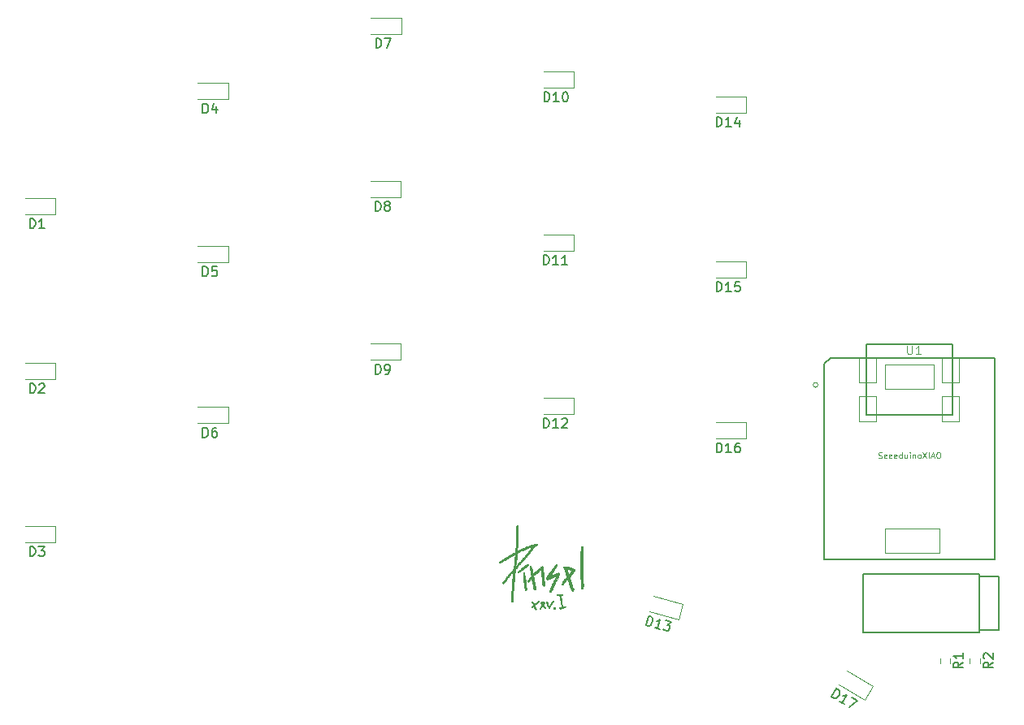
<source format=gbr>
%TF.GenerationSoftware,KiCad,Pcbnew,5.1.9*%
%TF.CreationDate,2021-04-16T22:18:37+02:00*%
%TF.ProjectId,handbrush,68616e64-6272-4757-9368-2e6b69636164,rev?*%
%TF.SameCoordinates,Original*%
%TF.FileFunction,Legend,Top*%
%TF.FilePolarity,Positive*%
%FSLAX46Y46*%
G04 Gerber Fmt 4.6, Leading zero omitted, Abs format (unit mm)*
G04 Created by KiCad (PCBNEW 5.1.9) date 2021-04-16 22:18:37*
%MOMM*%
%LPD*%
G01*
G04 APERTURE LIST*
%ADD10C,0.010000*%
%ADD11C,0.066040*%
%ADD12C,0.127000*%
%ADD13C,0.100000*%
%ADD14C,0.120000*%
%ADD15C,0.150000*%
%ADD16C,0.101600*%
%ADD17C,0.076200*%
G04 APERTURE END LIST*
D10*
%TO.C,G\u002A\u002A\u002A*%
G36*
X147512884Y-98128713D02*
G01*
X147497075Y-98153523D01*
X147458887Y-98172789D01*
X147422766Y-98185365D01*
X147373864Y-98205966D01*
X147325386Y-98237465D01*
X147269965Y-98285792D01*
X147200234Y-98356878D01*
X147172032Y-98387205D01*
X147103642Y-98463677D01*
X147039925Y-98538969D01*
X146988813Y-98603479D01*
X146961938Y-98641491D01*
X146917109Y-98704008D01*
X146859614Y-98773225D01*
X146824742Y-98810721D01*
X146774410Y-98866730D01*
X146713119Y-98942117D01*
X146651463Y-99023664D01*
X146630236Y-99053384D01*
X146580554Y-99122357D01*
X146536936Y-99179420D01*
X146505556Y-99216668D01*
X146495396Y-99226076D01*
X146468602Y-99250855D01*
X146431617Y-99293758D01*
X146418733Y-99310307D01*
X146382212Y-99355227D01*
X146324295Y-99422464D01*
X146250428Y-99505941D01*
X146166062Y-99599579D01*
X146076644Y-99697299D01*
X145987623Y-99793025D01*
X145954594Y-99828076D01*
X145893825Y-99895143D01*
X145832663Y-99967136D01*
X145795718Y-100013692D01*
X145754904Y-100064956D01*
X145720564Y-100103323D01*
X145705788Y-100116427D01*
X145684357Y-100138245D01*
X145647204Y-100183860D01*
X145600938Y-100245004D01*
X145580804Y-100272734D01*
X145515970Y-100357229D01*
X145438059Y-100450274D01*
X145362438Y-100533620D01*
X145352301Y-100544097D01*
X145225284Y-100673964D01*
X145197849Y-100846943D01*
X145186284Y-100932250D01*
X145174043Y-101043347D01*
X145162448Y-101166998D01*
X145152821Y-101289967D01*
X145151269Y-101313000D01*
X145142960Y-101429085D01*
X145131644Y-101571456D01*
X145118387Y-101727535D01*
X145104254Y-101884743D01*
X145091706Y-102016384D01*
X145078996Y-102149095D01*
X145067311Y-102277995D01*
X145057369Y-102394610D01*
X145049890Y-102490464D01*
X145045592Y-102557082D01*
X145045291Y-102563461D01*
X145039207Y-102653783D01*
X145028979Y-102759919D01*
X145016806Y-102859123D01*
X145016612Y-102860497D01*
X145005778Y-102954205D01*
X144998565Y-103050345D01*
X144996421Y-103129208D01*
X144996508Y-103134036D01*
X144997742Y-103247383D01*
X144996829Y-103371638D01*
X144994066Y-103499900D01*
X144989748Y-103625268D01*
X144984169Y-103740845D01*
X144977626Y-103839729D01*
X144970412Y-103915021D01*
X144962824Y-103959821D01*
X144960947Y-103965346D01*
X144936621Y-104003350D01*
X144898364Y-104017758D01*
X144869710Y-104019076D01*
X144825801Y-104015157D01*
X144795836Y-103999730D01*
X144778184Y-103967289D01*
X144771215Y-103912329D01*
X144773295Y-103829345D01*
X144781876Y-103722697D01*
X144791306Y-103616061D01*
X144800208Y-103507171D01*
X144807342Y-103411603D01*
X144810412Y-103364538D01*
X144815082Y-103292172D01*
X144822015Y-103193308D01*
X144830315Y-103080399D01*
X144839083Y-102965896D01*
X144839999Y-102954230D01*
X144847959Y-102842782D01*
X144854303Y-102733994D01*
X144858447Y-102639403D01*
X144859809Y-102570545D01*
X144859742Y-102563461D01*
X144861251Y-102516504D01*
X144866347Y-102436075D01*
X144874583Y-102327572D01*
X144885514Y-102196390D01*
X144898693Y-102047927D01*
X144913673Y-101887579D01*
X144926747Y-101753439D01*
X144942756Y-101590596D01*
X144957445Y-101438064D01*
X144970369Y-101300708D01*
X144981083Y-101183395D01*
X144989141Y-101090992D01*
X144994097Y-101028363D01*
X144995539Y-101001875D01*
X144995539Y-100943104D01*
X144886088Y-101049898D01*
X144819421Y-101118355D01*
X144752023Y-101193030D01*
X144701183Y-101254384D01*
X144648615Y-101321001D01*
X144584929Y-101399681D01*
X144527317Y-101469307D01*
X144471229Y-101538454D01*
X144417859Y-101608155D01*
X144378543Y-101663593D01*
X144377822Y-101664692D01*
X144332394Y-101727775D01*
X144277355Y-101795790D01*
X144255077Y-101821000D01*
X144195471Y-101888721D01*
X144140235Y-101956256D01*
X144095111Y-102016062D01*
X144065840Y-102060595D01*
X144057693Y-102080321D01*
X144040776Y-102104640D01*
X144000069Y-102126626D01*
X143950634Y-102139773D01*
X143918955Y-102140241D01*
X143883693Y-102125763D01*
X143868140Y-102088092D01*
X143866092Y-102071949D01*
X143868250Y-102026543D01*
X143890838Y-101990242D01*
X143927531Y-101958856D01*
X143975921Y-101913394D01*
X144011813Y-101864791D01*
X144017100Y-101853968D01*
X144043743Y-101810092D01*
X144087986Y-101755669D01*
X144119525Y-101722830D01*
X144174438Y-101665025D01*
X144224696Y-101604494D01*
X144244597Y-101576769D01*
X144282109Y-101523273D01*
X144331879Y-101457022D01*
X144368418Y-101410692D01*
X144425735Y-101339029D01*
X144489585Y-101258016D01*
X144528878Y-101207508D01*
X144573836Y-101154016D01*
X144639138Y-101082415D01*
X144716653Y-101001358D01*
X144798251Y-100919499D01*
X144813449Y-100904662D01*
X144900091Y-100818785D01*
X144964301Y-100748025D01*
X145010174Y-100683489D01*
X145041807Y-100616289D01*
X145063298Y-100537532D01*
X145078742Y-100438329D01*
X145092235Y-100309789D01*
X145093445Y-100297000D01*
X145102423Y-100203035D01*
X145110779Y-100117934D01*
X145117425Y-100052649D01*
X145120612Y-100023461D01*
X145124409Y-99985879D01*
X145130806Y-99916604D01*
X145139160Y-99822887D01*
X145148822Y-99711976D01*
X145159147Y-99591121D01*
X145159211Y-99590371D01*
X145169704Y-99471833D01*
X145179999Y-99365453D01*
X145189384Y-99277853D01*
X145197147Y-99215653D01*
X145202578Y-99185474D01*
X145202767Y-99184948D01*
X145206958Y-99140225D01*
X145203130Y-99123997D01*
X145191840Y-99112406D01*
X145167384Y-99114666D01*
X145123353Y-99132827D01*
X145053337Y-99168939D01*
X145039847Y-99176221D01*
X144948031Y-99227626D01*
X144848487Y-99285930D01*
X144761559Y-99339196D01*
X144755399Y-99343113D01*
X144670935Y-99394711D01*
X144578726Y-99447534D01*
X144501399Y-99488764D01*
X144445780Y-99517473D01*
X144390322Y-99548028D01*
X144329416Y-99583896D01*
X144257449Y-99628541D01*
X144168812Y-99685428D01*
X144057892Y-99758022D01*
X143950231Y-99829147D01*
X143824342Y-99909490D01*
X143724989Y-99965773D01*
X143649078Y-99999418D01*
X143593519Y-100011845D01*
X143561924Y-100007571D01*
X143535473Y-99979957D01*
X143533124Y-99935816D01*
X143553711Y-99888428D01*
X143574387Y-99865792D01*
X143625386Y-99828852D01*
X143676964Y-99798801D01*
X143722101Y-99771418D01*
X143750493Y-99745736D01*
X143750933Y-99745070D01*
X143780354Y-99722694D01*
X143791866Y-99720615D01*
X143822972Y-99707255D01*
X143852539Y-99681538D01*
X143886962Y-99652239D01*
X143911154Y-99642461D01*
X143940112Y-99629067D01*
X143971626Y-99600687D01*
X144017285Y-99561688D01*
X144067462Y-99531817D01*
X144118058Y-99506228D01*
X144183718Y-99470241D01*
X144223770Y-99447171D01*
X144300510Y-99404213D01*
X144386871Y-99359064D01*
X144428924Y-99338356D01*
X144508260Y-99296408D01*
X144590653Y-99246655D01*
X144628397Y-99221149D01*
X144702107Y-99172216D01*
X144785426Y-99122392D01*
X144823782Y-99101481D01*
X144894242Y-99063055D01*
X144961842Y-99023301D01*
X144993335Y-99003216D01*
X145058422Y-98967515D01*
X145128282Y-98940239D01*
X145134221Y-98938561D01*
X145186544Y-98918574D01*
X145214856Y-98886164D01*
X145229124Y-98845722D01*
X145240059Y-98786150D01*
X145247449Y-98707299D01*
X145249457Y-98646000D01*
X145253242Y-98563106D01*
X145263099Y-98462243D01*
X145276998Y-98363668D01*
X145278847Y-98352923D01*
X145293524Y-98247473D01*
X145304144Y-98129109D01*
X145308459Y-98023033D01*
X145308466Y-98020769D01*
X145310960Y-97917293D01*
X145317194Y-97798905D01*
X145325882Y-97689444D01*
X145326945Y-97678846D01*
X145335442Y-97589164D01*
X145341770Y-97502601D01*
X145345989Y-97413201D01*
X145348163Y-97315012D01*
X145348352Y-97202080D01*
X145346618Y-97068452D01*
X145343023Y-96908173D01*
X145337629Y-96715291D01*
X145337117Y-96698105D01*
X145332643Y-96541620D01*
X145329807Y-96419365D01*
X145328759Y-96326521D01*
X145329647Y-96258269D01*
X145332620Y-96209791D01*
X145337829Y-96176266D01*
X145345421Y-96152878D01*
X145354505Y-96136374D01*
X145395188Y-96095575D01*
X145435936Y-96088635D01*
X145468442Y-96115300D01*
X145478744Y-96140192D01*
X145481797Y-96170419D01*
X145484548Y-96235526D01*
X145486941Y-96331316D01*
X145488917Y-96453593D01*
X145490419Y-96598160D01*
X145491390Y-96760820D01*
X145491773Y-96937378D01*
X145491624Y-97082923D01*
X145490844Y-97308017D01*
X145489563Y-97499276D01*
X145487604Y-97661942D01*
X145484790Y-97801255D01*
X145480945Y-97922456D01*
X145475893Y-98030786D01*
X145469455Y-98131486D01*
X145461457Y-98229796D01*
X145451720Y-98330959D01*
X145448511Y-98361912D01*
X145436513Y-98480985D01*
X145426868Y-98586356D01*
X145420045Y-98672030D01*
X145416512Y-98732011D01*
X145416739Y-98760305D01*
X145417254Y-98761612D01*
X145438458Y-98758980D01*
X145476789Y-98739424D01*
X145479906Y-98737457D01*
X145525935Y-98711237D01*
X145601621Y-98671895D01*
X145700990Y-98622356D01*
X145818068Y-98565545D01*
X145946881Y-98504385D01*
X146081456Y-98441802D01*
X146119259Y-98424466D01*
X146251027Y-98367141D01*
X146400249Y-98307056D01*
X146558039Y-98247379D01*
X146715509Y-98191279D01*
X146863772Y-98141926D01*
X146993943Y-98102489D01*
X147003223Y-98100110D01*
X147003223Y-98283017D01*
X146981979Y-98285878D01*
X146931187Y-98301444D01*
X146857305Y-98327237D01*
X146766792Y-98360779D01*
X146666107Y-98399591D01*
X146561707Y-98441196D01*
X146460053Y-98483115D01*
X146367602Y-98522870D01*
X146309156Y-98549324D01*
X146227819Y-98585797D01*
X146130504Y-98627368D01*
X146037764Y-98665264D01*
X146034555Y-98666534D01*
X145956379Y-98699951D01*
X145856950Y-98746110D01*
X145749209Y-98798840D01*
X145649014Y-98850418D01*
X145415616Y-98974180D01*
X145403320Y-99088513D01*
X145378018Y-99322869D01*
X145356302Y-99521882D01*
X145337768Y-99689080D01*
X145322011Y-99827991D01*
X145308626Y-99942145D01*
X145297206Y-100035070D01*
X145287349Y-100110295D01*
X145280295Y-100160230D01*
X145265708Y-100261280D01*
X145256751Y-100329915D01*
X145253080Y-100372335D01*
X145254349Y-100394743D01*
X145260215Y-100403340D01*
X145266710Y-100404461D01*
X145285043Y-100389757D01*
X145320330Y-100350221D01*
X145366671Y-100292717D01*
X145396884Y-100253038D01*
X145456124Y-100175916D01*
X145516705Y-100100766D01*
X145568457Y-100040085D01*
X145583656Y-100023461D01*
X145673198Y-99928205D01*
X145741092Y-99854802D01*
X145792828Y-99796989D01*
X145833896Y-99748502D01*
X145869785Y-99703079D01*
X145900466Y-99662000D01*
X145955592Y-99590888D01*
X146022841Y-99509804D01*
X146084349Y-99439975D01*
X146149670Y-99365624D01*
X146217583Y-99283390D01*
X146270220Y-99215283D01*
X146312729Y-99159457D01*
X146347502Y-99117622D01*
X146367221Y-99098567D01*
X146367540Y-99098424D01*
X146385085Y-99080184D01*
X146418287Y-99036928D01*
X146461394Y-98976331D01*
X146484737Y-98942116D01*
X146544802Y-98857926D01*
X146612558Y-98770641D01*
X146675106Y-98696748D01*
X146685810Y-98685076D01*
X146742886Y-98621279D01*
X146795494Y-98557873D01*
X146831788Y-98509230D01*
X146874297Y-98451896D01*
X146926994Y-98389033D01*
X146946296Y-98367935D01*
X146983086Y-98324684D01*
X147002679Y-98292840D01*
X147003223Y-98283017D01*
X147003223Y-98100110D01*
X147094345Y-98076743D01*
X147173420Y-98058634D01*
X147238231Y-98042364D01*
X147279053Y-98030439D01*
X147287149Y-98027071D01*
X147317425Y-98015386D01*
X147367361Y-98001751D01*
X147375375Y-97999897D01*
X147448434Y-97993849D01*
X147494447Y-98015510D01*
X147514729Y-98065707D01*
X147516000Y-98088271D01*
X147512884Y-98128713D01*
G37*
X147512884Y-98128713D02*
X147497075Y-98153523D01*
X147458887Y-98172789D01*
X147422766Y-98185365D01*
X147373864Y-98205966D01*
X147325386Y-98237465D01*
X147269965Y-98285792D01*
X147200234Y-98356878D01*
X147172032Y-98387205D01*
X147103642Y-98463677D01*
X147039925Y-98538969D01*
X146988813Y-98603479D01*
X146961938Y-98641491D01*
X146917109Y-98704008D01*
X146859614Y-98773225D01*
X146824742Y-98810721D01*
X146774410Y-98866730D01*
X146713119Y-98942117D01*
X146651463Y-99023664D01*
X146630236Y-99053384D01*
X146580554Y-99122357D01*
X146536936Y-99179420D01*
X146505556Y-99216668D01*
X146495396Y-99226076D01*
X146468602Y-99250855D01*
X146431617Y-99293758D01*
X146418733Y-99310307D01*
X146382212Y-99355227D01*
X146324295Y-99422464D01*
X146250428Y-99505941D01*
X146166062Y-99599579D01*
X146076644Y-99697299D01*
X145987623Y-99793025D01*
X145954594Y-99828076D01*
X145893825Y-99895143D01*
X145832663Y-99967136D01*
X145795718Y-100013692D01*
X145754904Y-100064956D01*
X145720564Y-100103323D01*
X145705788Y-100116427D01*
X145684357Y-100138245D01*
X145647204Y-100183860D01*
X145600938Y-100245004D01*
X145580804Y-100272734D01*
X145515970Y-100357229D01*
X145438059Y-100450274D01*
X145362438Y-100533620D01*
X145352301Y-100544097D01*
X145225284Y-100673964D01*
X145197849Y-100846943D01*
X145186284Y-100932250D01*
X145174043Y-101043347D01*
X145162448Y-101166998D01*
X145152821Y-101289967D01*
X145151269Y-101313000D01*
X145142960Y-101429085D01*
X145131644Y-101571456D01*
X145118387Y-101727535D01*
X145104254Y-101884743D01*
X145091706Y-102016384D01*
X145078996Y-102149095D01*
X145067311Y-102277995D01*
X145057369Y-102394610D01*
X145049890Y-102490464D01*
X145045592Y-102557082D01*
X145045291Y-102563461D01*
X145039207Y-102653783D01*
X145028979Y-102759919D01*
X145016806Y-102859123D01*
X145016612Y-102860497D01*
X145005778Y-102954205D01*
X144998565Y-103050345D01*
X144996421Y-103129208D01*
X144996508Y-103134036D01*
X144997742Y-103247383D01*
X144996829Y-103371638D01*
X144994066Y-103499900D01*
X144989748Y-103625268D01*
X144984169Y-103740845D01*
X144977626Y-103839729D01*
X144970412Y-103915021D01*
X144962824Y-103959821D01*
X144960947Y-103965346D01*
X144936621Y-104003350D01*
X144898364Y-104017758D01*
X144869710Y-104019076D01*
X144825801Y-104015157D01*
X144795836Y-103999730D01*
X144778184Y-103967289D01*
X144771215Y-103912329D01*
X144773295Y-103829345D01*
X144781876Y-103722697D01*
X144791306Y-103616061D01*
X144800208Y-103507171D01*
X144807342Y-103411603D01*
X144810412Y-103364538D01*
X144815082Y-103292172D01*
X144822015Y-103193308D01*
X144830315Y-103080399D01*
X144839083Y-102965896D01*
X144839999Y-102954230D01*
X144847959Y-102842782D01*
X144854303Y-102733994D01*
X144858447Y-102639403D01*
X144859809Y-102570545D01*
X144859742Y-102563461D01*
X144861251Y-102516504D01*
X144866347Y-102436075D01*
X144874583Y-102327572D01*
X144885514Y-102196390D01*
X144898693Y-102047927D01*
X144913673Y-101887579D01*
X144926747Y-101753439D01*
X144942756Y-101590596D01*
X144957445Y-101438064D01*
X144970369Y-101300708D01*
X144981083Y-101183395D01*
X144989141Y-101090992D01*
X144994097Y-101028363D01*
X144995539Y-101001875D01*
X144995539Y-100943104D01*
X144886088Y-101049898D01*
X144819421Y-101118355D01*
X144752023Y-101193030D01*
X144701183Y-101254384D01*
X144648615Y-101321001D01*
X144584929Y-101399681D01*
X144527317Y-101469307D01*
X144471229Y-101538454D01*
X144417859Y-101608155D01*
X144378543Y-101663593D01*
X144377822Y-101664692D01*
X144332394Y-101727775D01*
X144277355Y-101795790D01*
X144255077Y-101821000D01*
X144195471Y-101888721D01*
X144140235Y-101956256D01*
X144095111Y-102016062D01*
X144065840Y-102060595D01*
X144057693Y-102080321D01*
X144040776Y-102104640D01*
X144000069Y-102126626D01*
X143950634Y-102139773D01*
X143918955Y-102140241D01*
X143883693Y-102125763D01*
X143868140Y-102088092D01*
X143866092Y-102071949D01*
X143868250Y-102026543D01*
X143890838Y-101990242D01*
X143927531Y-101958856D01*
X143975921Y-101913394D01*
X144011813Y-101864791D01*
X144017100Y-101853968D01*
X144043743Y-101810092D01*
X144087986Y-101755669D01*
X144119525Y-101722830D01*
X144174438Y-101665025D01*
X144224696Y-101604494D01*
X144244597Y-101576769D01*
X144282109Y-101523273D01*
X144331879Y-101457022D01*
X144368418Y-101410692D01*
X144425735Y-101339029D01*
X144489585Y-101258016D01*
X144528878Y-101207508D01*
X144573836Y-101154016D01*
X144639138Y-101082415D01*
X144716653Y-101001358D01*
X144798251Y-100919499D01*
X144813449Y-100904662D01*
X144900091Y-100818785D01*
X144964301Y-100748025D01*
X145010174Y-100683489D01*
X145041807Y-100616289D01*
X145063298Y-100537532D01*
X145078742Y-100438329D01*
X145092235Y-100309789D01*
X145093445Y-100297000D01*
X145102423Y-100203035D01*
X145110779Y-100117934D01*
X145117425Y-100052649D01*
X145120612Y-100023461D01*
X145124409Y-99985879D01*
X145130806Y-99916604D01*
X145139160Y-99822887D01*
X145148822Y-99711976D01*
X145159147Y-99591121D01*
X145159211Y-99590371D01*
X145169704Y-99471833D01*
X145179999Y-99365453D01*
X145189384Y-99277853D01*
X145197147Y-99215653D01*
X145202578Y-99185474D01*
X145202767Y-99184948D01*
X145206958Y-99140225D01*
X145203130Y-99123997D01*
X145191840Y-99112406D01*
X145167384Y-99114666D01*
X145123353Y-99132827D01*
X145053337Y-99168939D01*
X145039847Y-99176221D01*
X144948031Y-99227626D01*
X144848487Y-99285930D01*
X144761559Y-99339196D01*
X144755399Y-99343113D01*
X144670935Y-99394711D01*
X144578726Y-99447534D01*
X144501399Y-99488764D01*
X144445780Y-99517473D01*
X144390322Y-99548028D01*
X144329416Y-99583896D01*
X144257449Y-99628541D01*
X144168812Y-99685428D01*
X144057892Y-99758022D01*
X143950231Y-99829147D01*
X143824342Y-99909490D01*
X143724989Y-99965773D01*
X143649078Y-99999418D01*
X143593519Y-100011845D01*
X143561924Y-100007571D01*
X143535473Y-99979957D01*
X143533124Y-99935816D01*
X143553711Y-99888428D01*
X143574387Y-99865792D01*
X143625386Y-99828852D01*
X143676964Y-99798801D01*
X143722101Y-99771418D01*
X143750493Y-99745736D01*
X143750933Y-99745070D01*
X143780354Y-99722694D01*
X143791866Y-99720615D01*
X143822972Y-99707255D01*
X143852539Y-99681538D01*
X143886962Y-99652239D01*
X143911154Y-99642461D01*
X143940112Y-99629067D01*
X143971626Y-99600687D01*
X144017285Y-99561688D01*
X144067462Y-99531817D01*
X144118058Y-99506228D01*
X144183718Y-99470241D01*
X144223770Y-99447171D01*
X144300510Y-99404213D01*
X144386871Y-99359064D01*
X144428924Y-99338356D01*
X144508260Y-99296408D01*
X144590653Y-99246655D01*
X144628397Y-99221149D01*
X144702107Y-99172216D01*
X144785426Y-99122392D01*
X144823782Y-99101481D01*
X144894242Y-99063055D01*
X144961842Y-99023301D01*
X144993335Y-99003216D01*
X145058422Y-98967515D01*
X145128282Y-98940239D01*
X145134221Y-98938561D01*
X145186544Y-98918574D01*
X145214856Y-98886164D01*
X145229124Y-98845722D01*
X145240059Y-98786150D01*
X145247449Y-98707299D01*
X145249457Y-98646000D01*
X145253242Y-98563106D01*
X145263099Y-98462243D01*
X145276998Y-98363668D01*
X145278847Y-98352923D01*
X145293524Y-98247473D01*
X145304144Y-98129109D01*
X145308459Y-98023033D01*
X145308466Y-98020769D01*
X145310960Y-97917293D01*
X145317194Y-97798905D01*
X145325882Y-97689444D01*
X145326945Y-97678846D01*
X145335442Y-97589164D01*
X145341770Y-97502601D01*
X145345989Y-97413201D01*
X145348163Y-97315012D01*
X145348352Y-97202080D01*
X145346618Y-97068452D01*
X145343023Y-96908173D01*
X145337629Y-96715291D01*
X145337117Y-96698105D01*
X145332643Y-96541620D01*
X145329807Y-96419365D01*
X145328759Y-96326521D01*
X145329647Y-96258269D01*
X145332620Y-96209791D01*
X145337829Y-96176266D01*
X145345421Y-96152878D01*
X145354505Y-96136374D01*
X145395188Y-96095575D01*
X145435936Y-96088635D01*
X145468442Y-96115300D01*
X145478744Y-96140192D01*
X145481797Y-96170419D01*
X145484548Y-96235526D01*
X145486941Y-96331316D01*
X145488917Y-96453593D01*
X145490419Y-96598160D01*
X145491390Y-96760820D01*
X145491773Y-96937378D01*
X145491624Y-97082923D01*
X145490844Y-97308017D01*
X145489563Y-97499276D01*
X145487604Y-97661942D01*
X145484790Y-97801255D01*
X145480945Y-97922456D01*
X145475893Y-98030786D01*
X145469455Y-98131486D01*
X145461457Y-98229796D01*
X145451720Y-98330959D01*
X145448511Y-98361912D01*
X145436513Y-98480985D01*
X145426868Y-98586356D01*
X145420045Y-98672030D01*
X145416512Y-98732011D01*
X145416739Y-98760305D01*
X145417254Y-98761612D01*
X145438458Y-98758980D01*
X145476789Y-98739424D01*
X145479906Y-98737457D01*
X145525935Y-98711237D01*
X145601621Y-98671895D01*
X145700990Y-98622356D01*
X145818068Y-98565545D01*
X145946881Y-98504385D01*
X146081456Y-98441802D01*
X146119259Y-98424466D01*
X146251027Y-98367141D01*
X146400249Y-98307056D01*
X146558039Y-98247379D01*
X146715509Y-98191279D01*
X146863772Y-98141926D01*
X146993943Y-98102489D01*
X147003223Y-98100110D01*
X147003223Y-98283017D01*
X146981979Y-98285878D01*
X146931187Y-98301444D01*
X146857305Y-98327237D01*
X146766792Y-98360779D01*
X146666107Y-98399591D01*
X146561707Y-98441196D01*
X146460053Y-98483115D01*
X146367602Y-98522870D01*
X146309156Y-98549324D01*
X146227819Y-98585797D01*
X146130504Y-98627368D01*
X146037764Y-98665264D01*
X146034555Y-98666534D01*
X145956379Y-98699951D01*
X145856950Y-98746110D01*
X145749209Y-98798840D01*
X145649014Y-98850418D01*
X145415616Y-98974180D01*
X145403320Y-99088513D01*
X145378018Y-99322869D01*
X145356302Y-99521882D01*
X145337768Y-99689080D01*
X145322011Y-99827991D01*
X145308626Y-99942145D01*
X145297206Y-100035070D01*
X145287349Y-100110295D01*
X145280295Y-100160230D01*
X145265708Y-100261280D01*
X145256751Y-100329915D01*
X145253080Y-100372335D01*
X145254349Y-100394743D01*
X145260215Y-100403340D01*
X145266710Y-100404461D01*
X145285043Y-100389757D01*
X145320330Y-100350221D01*
X145366671Y-100292717D01*
X145396884Y-100253038D01*
X145456124Y-100175916D01*
X145516705Y-100100766D01*
X145568457Y-100040085D01*
X145583656Y-100023461D01*
X145673198Y-99928205D01*
X145741092Y-99854802D01*
X145792828Y-99796989D01*
X145833896Y-99748502D01*
X145869785Y-99703079D01*
X145900466Y-99662000D01*
X145955592Y-99590888D01*
X146022841Y-99509804D01*
X146084349Y-99439975D01*
X146149670Y-99365624D01*
X146217583Y-99283390D01*
X146270220Y-99215283D01*
X146312729Y-99159457D01*
X146347502Y-99117622D01*
X146367221Y-99098567D01*
X146367540Y-99098424D01*
X146385085Y-99080184D01*
X146418287Y-99036928D01*
X146461394Y-98976331D01*
X146484737Y-98942116D01*
X146544802Y-98857926D01*
X146612558Y-98770641D01*
X146675106Y-98696748D01*
X146685810Y-98685076D01*
X146742886Y-98621279D01*
X146795494Y-98557873D01*
X146831788Y-98509230D01*
X146874297Y-98451896D01*
X146926994Y-98389033D01*
X146946296Y-98367935D01*
X146983086Y-98324684D01*
X147002679Y-98292840D01*
X147003223Y-98283017D01*
X147003223Y-98100110D01*
X147094345Y-98076743D01*
X147173420Y-98058634D01*
X147238231Y-98042364D01*
X147279053Y-98030439D01*
X147287149Y-98027071D01*
X147317425Y-98015386D01*
X147367361Y-98001751D01*
X147375375Y-97999897D01*
X147448434Y-97993849D01*
X147494447Y-98015510D01*
X147514729Y-98065707D01*
X147516000Y-98088271D01*
X147512884Y-98128713D01*
G36*
X146562847Y-100254362D02*
G01*
X146531395Y-100291382D01*
X146474113Y-100336651D01*
X146441385Y-100359353D01*
X146376024Y-100404239D01*
X146320030Y-100443774D01*
X146284143Y-100470356D01*
X146281109Y-100472797D01*
X146240031Y-100501251D01*
X146188301Y-100530988D01*
X146148256Y-100555575D01*
X146129058Y-100574987D01*
X146128770Y-100576596D01*
X146113643Y-100595564D01*
X146076729Y-100622106D01*
X146071779Y-100625085D01*
X146033151Y-100651920D01*
X145974375Y-100697472D01*
X145904548Y-100754545D01*
X145855071Y-100796542D01*
X145744888Y-100886917D01*
X145657409Y-100947995D01*
X145590770Y-100980869D01*
X145543106Y-100986630D01*
X145534623Y-100984231D01*
X145511146Y-100967462D01*
X145508321Y-100940459D01*
X145528105Y-100900013D01*
X145572458Y-100842916D01*
X145643337Y-100765960D01*
X145707873Y-100700464D01*
X145784218Y-100625986D01*
X145855121Y-100559888D01*
X145914067Y-100508025D01*
X145954543Y-100476254D01*
X145963132Y-100470969D01*
X146007409Y-100443222D01*
X146065694Y-100400689D01*
X146106421Y-100368171D01*
X146169235Y-100319730D01*
X146232623Y-100276838D01*
X146265539Y-100257878D01*
X146328197Y-100221002D01*
X146386575Y-100179149D01*
X146389153Y-100177020D01*
X146450304Y-100140412D01*
X146506783Y-100130941D01*
X146550629Y-100146812D01*
X146573884Y-100186231D01*
X146574834Y-100218893D01*
X146562847Y-100254362D01*
G37*
X146562847Y-100254362D02*
X146531395Y-100291382D01*
X146474113Y-100336651D01*
X146441385Y-100359353D01*
X146376024Y-100404239D01*
X146320030Y-100443774D01*
X146284143Y-100470356D01*
X146281109Y-100472797D01*
X146240031Y-100501251D01*
X146188301Y-100530988D01*
X146148256Y-100555575D01*
X146129058Y-100574987D01*
X146128770Y-100576596D01*
X146113643Y-100595564D01*
X146076729Y-100622106D01*
X146071779Y-100625085D01*
X146033151Y-100651920D01*
X145974375Y-100697472D01*
X145904548Y-100754545D01*
X145855071Y-100796542D01*
X145744888Y-100886917D01*
X145657409Y-100947995D01*
X145590770Y-100980869D01*
X145543106Y-100986630D01*
X145534623Y-100984231D01*
X145511146Y-100967462D01*
X145508321Y-100940459D01*
X145528105Y-100900013D01*
X145572458Y-100842916D01*
X145643337Y-100765960D01*
X145707873Y-100700464D01*
X145784218Y-100625986D01*
X145855121Y-100559888D01*
X145914067Y-100508025D01*
X145954543Y-100476254D01*
X145963132Y-100470969D01*
X146007409Y-100443222D01*
X146065694Y-100400689D01*
X146106421Y-100368171D01*
X146169235Y-100319730D01*
X146232623Y-100276838D01*
X146265539Y-100257878D01*
X146328197Y-100221002D01*
X146386575Y-100179149D01*
X146389153Y-100177020D01*
X146450304Y-100140412D01*
X146506783Y-100130941D01*
X146550629Y-100146812D01*
X146573884Y-100186231D01*
X146574834Y-100218893D01*
X146562847Y-100254362D01*
G36*
X146398723Y-102780482D02*
G01*
X146383840Y-102796954D01*
X146330099Y-102826594D01*
X146280879Y-102818553D01*
X146241957Y-102774208D01*
X146236198Y-102761779D01*
X146214682Y-102694114D01*
X146192470Y-102596196D01*
X146170877Y-102476799D01*
X146151218Y-102344695D01*
X146134807Y-102208658D01*
X146122958Y-102077460D01*
X146117185Y-101967460D01*
X146111306Y-101843683D01*
X146100991Y-101705673D01*
X146087892Y-101573434D01*
X146078455Y-101498537D01*
X146058030Y-101349523D01*
X146044082Y-101234437D01*
X146036413Y-101148701D01*
X146034824Y-101087741D01*
X146039119Y-101046980D01*
X146049099Y-101021843D01*
X146057429Y-101012606D01*
X146098828Y-100989644D01*
X146131210Y-100999379D01*
X146156537Y-101043824D01*
X146176770Y-101124989D01*
X146178927Y-101137170D01*
X146195995Y-101220438D01*
X146217036Y-101300835D01*
X146234927Y-101354069D01*
X146253754Y-101406642D01*
X146262685Y-101444243D01*
X146262547Y-101451761D01*
X146262678Y-101481304D01*
X146269483Y-101530488D01*
X146270829Y-101537692D01*
X146276555Y-101578637D01*
X146284469Y-101651016D01*
X146293838Y-101747293D01*
X146303928Y-101859933D01*
X146313677Y-101977307D01*
X146330615Y-102178399D01*
X146346606Y-102344331D01*
X146362114Y-102478993D01*
X146377603Y-102586276D01*
X146393539Y-102670071D01*
X146399260Y-102694377D01*
X146408040Y-102747421D01*
X146398723Y-102780482D01*
G37*
X146398723Y-102780482D02*
X146383840Y-102796954D01*
X146330099Y-102826594D01*
X146280879Y-102818553D01*
X146241957Y-102774208D01*
X146236198Y-102761779D01*
X146214682Y-102694114D01*
X146192470Y-102596196D01*
X146170877Y-102476799D01*
X146151218Y-102344695D01*
X146134807Y-102208658D01*
X146122958Y-102077460D01*
X146117185Y-101967460D01*
X146111306Y-101843683D01*
X146100991Y-101705673D01*
X146087892Y-101573434D01*
X146078455Y-101498537D01*
X146058030Y-101349523D01*
X146044082Y-101234437D01*
X146036413Y-101148701D01*
X146034824Y-101087741D01*
X146039119Y-101046980D01*
X146049099Y-101021843D01*
X146057429Y-101012606D01*
X146098828Y-100989644D01*
X146131210Y-100999379D01*
X146156537Y-101043824D01*
X146176770Y-101124989D01*
X146178927Y-101137170D01*
X146195995Y-101220438D01*
X146217036Y-101300835D01*
X146234927Y-101354069D01*
X146253754Y-101406642D01*
X146262685Y-101444243D01*
X146262547Y-101451761D01*
X146262678Y-101481304D01*
X146269483Y-101530488D01*
X146270829Y-101537692D01*
X146276555Y-101578637D01*
X146284469Y-101651016D01*
X146293838Y-101747293D01*
X146303928Y-101859933D01*
X146313677Y-101977307D01*
X146330615Y-102178399D01*
X146346606Y-102344331D01*
X146362114Y-102478993D01*
X146377603Y-102586276D01*
X146393539Y-102670071D01*
X146399260Y-102694377D01*
X146408040Y-102747421D01*
X146398723Y-102780482D01*
G36*
X148272836Y-102293448D02*
G01*
X148259140Y-102329431D01*
X148235239Y-102357546D01*
X148179828Y-102392485D01*
X148129636Y-102388814D01*
X148097181Y-102363192D01*
X148080148Y-102325784D01*
X148062444Y-102252991D01*
X148044570Y-102148488D01*
X148027025Y-102015950D01*
X148010309Y-101859051D01*
X147994922Y-101681467D01*
X147984365Y-101534016D01*
X147975591Y-101409188D01*
X147965609Y-101281907D01*
X147955443Y-101164370D01*
X147946117Y-101068776D01*
X147942857Y-101039461D01*
X147932760Y-100947144D01*
X147924166Y-100857272D01*
X147918563Y-100785723D01*
X147917715Y-100770768D01*
X147912944Y-100713912D01*
X147905967Y-100675205D01*
X147902299Y-100667016D01*
X147885023Y-100673965D01*
X147843169Y-100705591D01*
X147776088Y-100762460D01*
X147683133Y-100845134D01*
X147563658Y-100954178D01*
X147423803Y-101083826D01*
X147351764Y-101150714D01*
X147279891Y-101216999D01*
X147219939Y-101271856D01*
X147201451Y-101288604D01*
X147120142Y-101361902D01*
X147161051Y-101689143D01*
X147188568Y-101876115D01*
X147224840Y-102074081D01*
X147265845Y-102261791D01*
X147280826Y-102322125D01*
X147307766Y-102429595D01*
X147330748Y-102527058D01*
X147348060Y-102606788D01*
X147357990Y-102661058D01*
X147359693Y-102678015D01*
X147343733Y-102727387D01*
X147303074Y-102758149D01*
X147248547Y-102767957D01*
X147190982Y-102754469D01*
X147148466Y-102723703D01*
X147122290Y-102686243D01*
X147110578Y-102638012D01*
X147109359Y-102572280D01*
X147105341Y-102493831D01*
X147091748Y-102402068D01*
X147077240Y-102338769D01*
X147058513Y-102267566D01*
X147044348Y-102206962D01*
X147038191Y-102172692D01*
X147027791Y-102125602D01*
X147011629Y-102079206D01*
X146996526Y-102036201D01*
X146992559Y-102010822D01*
X146989708Y-101983285D01*
X146980845Y-101951617D01*
X146972163Y-101911366D01*
X146962776Y-101844736D01*
X146954392Y-101764352D01*
X146952551Y-101742310D01*
X146939616Y-101578231D01*
X146840145Y-101699615D01*
X146783985Y-101770703D01*
X146730274Y-101842966D01*
X146690151Y-101901392D01*
X146688477Y-101904038D01*
X146639399Y-101964641D01*
X146592848Y-101986369D01*
X146548942Y-101969174D01*
X146542985Y-101963630D01*
X146526695Y-101938539D01*
X146523527Y-101901355D01*
X146532549Y-101839726D01*
X146533328Y-101835653D01*
X146546783Y-101801343D01*
X146559975Y-101791692D01*
X146576110Y-101775846D01*
X146578154Y-101762384D01*
X146588494Y-101736380D01*
X146597296Y-101733076D01*
X146617042Y-101717204D01*
X146644210Y-101677251D01*
X146655389Y-101656725D01*
X146682399Y-101608627D01*
X146704190Y-101578098D01*
X146709517Y-101573686D01*
X146728780Y-101556237D01*
X146764855Y-101516818D01*
X146810019Y-101463878D01*
X146811105Y-101462567D01*
X146897516Y-101358134D01*
X146874764Y-101169490D01*
X146861097Y-101078001D01*
X146839983Y-100962598D01*
X146814139Y-100837099D01*
X146786284Y-100715322D01*
X146781981Y-100697750D01*
X146750230Y-100560516D01*
X146731646Y-100456158D01*
X146726221Y-100380766D01*
X146733949Y-100330426D01*
X146754820Y-100301226D01*
X146781192Y-100290417D01*
X146823647Y-100295086D01*
X146851069Y-100331209D01*
X146864095Y-100383372D01*
X146878771Y-100438442D01*
X146904685Y-100506506D01*
X146918830Y-100537410D01*
X146946391Y-100606585D01*
X146977082Y-100705105D01*
X147008398Y-100823650D01*
X147037833Y-100952896D01*
X147057729Y-101054331D01*
X147073018Y-101108015D01*
X147092776Y-101140106D01*
X147111780Y-101144474D01*
X147121406Y-101129090D01*
X147138534Y-101101396D01*
X147172994Y-101057242D01*
X147214979Y-101008285D01*
X147254683Y-100966181D01*
X147271770Y-100950360D01*
X147293737Y-100931297D01*
X147338118Y-100892429D01*
X147398023Y-100839799D01*
X147453139Y-100791279D01*
X147528724Y-100725722D01*
X147602692Y-100663356D01*
X147664722Y-100612796D01*
X147694114Y-100590076D01*
X147751577Y-100544987D01*
X147820892Y-100487074D01*
X147876094Y-100438653D01*
X147950375Y-100379003D01*
X148007871Y-100351227D01*
X148052927Y-100354332D01*
X148089890Y-100387322D01*
X148091363Y-100389393D01*
X148109100Y-100428134D01*
X148114376Y-100482554D01*
X148110039Y-100550585D01*
X148107761Y-100643725D01*
X148115780Y-100758876D01*
X148128544Y-100853846D01*
X148139118Y-100930158D01*
X148151188Y-101036408D01*
X148163861Y-101163528D01*
X148176248Y-101302452D01*
X148187457Y-101444112D01*
X148189984Y-101479076D01*
X148200553Y-101616857D01*
X148212350Y-101751239D01*
X148224539Y-101873953D01*
X148236280Y-101976729D01*
X148246738Y-102051297D01*
X148249547Y-102067180D01*
X148267658Y-102170079D01*
X148275548Y-102242916D01*
X148272836Y-102293448D01*
G37*
X148272836Y-102293448D02*
X148259140Y-102329431D01*
X148235239Y-102357546D01*
X148179828Y-102392485D01*
X148129636Y-102388814D01*
X148097181Y-102363192D01*
X148080148Y-102325784D01*
X148062444Y-102252991D01*
X148044570Y-102148488D01*
X148027025Y-102015950D01*
X148010309Y-101859051D01*
X147994922Y-101681467D01*
X147984365Y-101534016D01*
X147975591Y-101409188D01*
X147965609Y-101281907D01*
X147955443Y-101164370D01*
X147946117Y-101068776D01*
X147942857Y-101039461D01*
X147932760Y-100947144D01*
X147924166Y-100857272D01*
X147918563Y-100785723D01*
X147917715Y-100770768D01*
X147912944Y-100713912D01*
X147905967Y-100675205D01*
X147902299Y-100667016D01*
X147885023Y-100673965D01*
X147843169Y-100705591D01*
X147776088Y-100762460D01*
X147683133Y-100845134D01*
X147563658Y-100954178D01*
X147423803Y-101083826D01*
X147351764Y-101150714D01*
X147279891Y-101216999D01*
X147219939Y-101271856D01*
X147201451Y-101288604D01*
X147120142Y-101361902D01*
X147161051Y-101689143D01*
X147188568Y-101876115D01*
X147224840Y-102074081D01*
X147265845Y-102261791D01*
X147280826Y-102322125D01*
X147307766Y-102429595D01*
X147330748Y-102527058D01*
X147348060Y-102606788D01*
X147357990Y-102661058D01*
X147359693Y-102678015D01*
X147343733Y-102727387D01*
X147303074Y-102758149D01*
X147248547Y-102767957D01*
X147190982Y-102754469D01*
X147148466Y-102723703D01*
X147122290Y-102686243D01*
X147110578Y-102638012D01*
X147109359Y-102572280D01*
X147105341Y-102493831D01*
X147091748Y-102402068D01*
X147077240Y-102338769D01*
X147058513Y-102267566D01*
X147044348Y-102206962D01*
X147038191Y-102172692D01*
X147027791Y-102125602D01*
X147011629Y-102079206D01*
X146996526Y-102036201D01*
X146992559Y-102010822D01*
X146989708Y-101983285D01*
X146980845Y-101951617D01*
X146972163Y-101911366D01*
X146962776Y-101844736D01*
X146954392Y-101764352D01*
X146952551Y-101742310D01*
X146939616Y-101578231D01*
X146840145Y-101699615D01*
X146783985Y-101770703D01*
X146730274Y-101842966D01*
X146690151Y-101901392D01*
X146688477Y-101904038D01*
X146639399Y-101964641D01*
X146592848Y-101986369D01*
X146548942Y-101969174D01*
X146542985Y-101963630D01*
X146526695Y-101938539D01*
X146523527Y-101901355D01*
X146532549Y-101839726D01*
X146533328Y-101835653D01*
X146546783Y-101801343D01*
X146559975Y-101791692D01*
X146576110Y-101775846D01*
X146578154Y-101762384D01*
X146588494Y-101736380D01*
X146597296Y-101733076D01*
X146617042Y-101717204D01*
X146644210Y-101677251D01*
X146655389Y-101656725D01*
X146682399Y-101608627D01*
X146704190Y-101578098D01*
X146709517Y-101573686D01*
X146728780Y-101556237D01*
X146764855Y-101516818D01*
X146810019Y-101463878D01*
X146811105Y-101462567D01*
X146897516Y-101358134D01*
X146874764Y-101169490D01*
X146861097Y-101078001D01*
X146839983Y-100962598D01*
X146814139Y-100837099D01*
X146786284Y-100715322D01*
X146781981Y-100697750D01*
X146750230Y-100560516D01*
X146731646Y-100456158D01*
X146726221Y-100380766D01*
X146733949Y-100330426D01*
X146754820Y-100301226D01*
X146781192Y-100290417D01*
X146823647Y-100295086D01*
X146851069Y-100331209D01*
X146864095Y-100383372D01*
X146878771Y-100438442D01*
X146904685Y-100506506D01*
X146918830Y-100537410D01*
X146946391Y-100606585D01*
X146977082Y-100705105D01*
X147008398Y-100823650D01*
X147037833Y-100952896D01*
X147057729Y-101054331D01*
X147073018Y-101108015D01*
X147092776Y-101140106D01*
X147111780Y-101144474D01*
X147121406Y-101129090D01*
X147138534Y-101101396D01*
X147172994Y-101057242D01*
X147214979Y-101008285D01*
X147254683Y-100966181D01*
X147271770Y-100950360D01*
X147293737Y-100931297D01*
X147338118Y-100892429D01*
X147398023Y-100839799D01*
X147453139Y-100791279D01*
X147528724Y-100725722D01*
X147602692Y-100663356D01*
X147664722Y-100612796D01*
X147694114Y-100590076D01*
X147751577Y-100544987D01*
X147820892Y-100487074D01*
X147876094Y-100438653D01*
X147950375Y-100379003D01*
X148007871Y-100351227D01*
X148052927Y-100354332D01*
X148089890Y-100387322D01*
X148091363Y-100389393D01*
X148109100Y-100428134D01*
X148114376Y-100482554D01*
X148110039Y-100550585D01*
X148107761Y-100643725D01*
X148115780Y-100758876D01*
X148128544Y-100853846D01*
X148139118Y-100930158D01*
X148151188Y-101036408D01*
X148163861Y-101163528D01*
X148176248Y-101302452D01*
X148187457Y-101444112D01*
X148189984Y-101479076D01*
X148200553Y-101616857D01*
X148212350Y-101751239D01*
X148224539Y-101873953D01*
X148236280Y-101976729D01*
X148246738Y-102051297D01*
X148249547Y-102067180D01*
X148267658Y-102170079D01*
X148275548Y-102242916D01*
X148272836Y-102293448D01*
G36*
X147700169Y-104011438D02*
G01*
X147670682Y-104043287D01*
X147633081Y-104075516D01*
X147578833Y-104124671D01*
X147519311Y-104180436D01*
X147516000Y-104183595D01*
X147454657Y-104239519D01*
X147395582Y-104288932D01*
X147351198Y-104321462D01*
X147349924Y-104322253D01*
X147299072Y-104356012D01*
X147270574Y-104386835D01*
X147261807Y-104424979D01*
X147270151Y-104480698D01*
X147290373Y-104555219D01*
X147315579Y-104631428D01*
X147343033Y-104697120D01*
X147367251Y-104739360D01*
X147369673Y-104742232D01*
X147394203Y-104780071D01*
X147388159Y-104812968D01*
X147386085Y-104816412D01*
X147347594Y-104852641D01*
X147304707Y-104855108D01*
X147263526Y-104827690D01*
X147230155Y-104774266D01*
X147211609Y-104705557D01*
X147196760Y-104630709D01*
X147176311Y-104563038D01*
X147153957Y-104512401D01*
X147133394Y-104488657D01*
X147130061Y-104488000D01*
X147107774Y-104500938D01*
X147069860Y-104533846D01*
X147047077Y-104556384D01*
X147003282Y-104596530D01*
X146967035Y-104621127D01*
X146955322Y-104624769D01*
X146931400Y-104612735D01*
X146935248Y-104579554D01*
X146965046Y-104529601D01*
X147018975Y-104467254D01*
X147022109Y-104464055D01*
X147114372Y-104370384D01*
X147078900Y-104304517D01*
X147038450Y-104247173D01*
X146989061Y-104198490D01*
X146986638Y-104196663D01*
X146940945Y-104151964D01*
X146933107Y-104112176D01*
X146957847Y-104078777D01*
X146996096Y-104070074D01*
X147044462Y-104094591D01*
X147098581Y-104149254D01*
X147139249Y-104206487D01*
X147172697Y-104255120D01*
X147199398Y-104286337D01*
X147209104Y-104292580D01*
X147236695Y-104280261D01*
X147285117Y-104247314D01*
X147346703Y-104199851D01*
X147413791Y-104143984D01*
X147478715Y-104085825D01*
X147525035Y-104040636D01*
X147596669Y-103975426D01*
X147651107Y-103944984D01*
X147688720Y-103949170D01*
X147705487Y-103973274D01*
X147700169Y-104011438D01*
G37*
X147700169Y-104011438D02*
X147670682Y-104043287D01*
X147633081Y-104075516D01*
X147578833Y-104124671D01*
X147519311Y-104180436D01*
X147516000Y-104183595D01*
X147454657Y-104239519D01*
X147395582Y-104288932D01*
X147351198Y-104321462D01*
X147349924Y-104322253D01*
X147299072Y-104356012D01*
X147270574Y-104386835D01*
X147261807Y-104424979D01*
X147270151Y-104480698D01*
X147290373Y-104555219D01*
X147315579Y-104631428D01*
X147343033Y-104697120D01*
X147367251Y-104739360D01*
X147369673Y-104742232D01*
X147394203Y-104780071D01*
X147388159Y-104812968D01*
X147386085Y-104816412D01*
X147347594Y-104852641D01*
X147304707Y-104855108D01*
X147263526Y-104827690D01*
X147230155Y-104774266D01*
X147211609Y-104705557D01*
X147196760Y-104630709D01*
X147176311Y-104563038D01*
X147153957Y-104512401D01*
X147133394Y-104488657D01*
X147130061Y-104488000D01*
X147107774Y-104500938D01*
X147069860Y-104533846D01*
X147047077Y-104556384D01*
X147003282Y-104596530D01*
X146967035Y-104621127D01*
X146955322Y-104624769D01*
X146931400Y-104612735D01*
X146935248Y-104579554D01*
X146965046Y-104529601D01*
X147018975Y-104467254D01*
X147022109Y-104464055D01*
X147114372Y-104370384D01*
X147078900Y-104304517D01*
X147038450Y-104247173D01*
X146989061Y-104198490D01*
X146986638Y-104196663D01*
X146940945Y-104151964D01*
X146933107Y-104112176D01*
X146957847Y-104078777D01*
X146996096Y-104070074D01*
X147044462Y-104094591D01*
X147098581Y-104149254D01*
X147139249Y-104206487D01*
X147172697Y-104255120D01*
X147199398Y-104286337D01*
X147209104Y-104292580D01*
X147236695Y-104280261D01*
X147285117Y-104247314D01*
X147346703Y-104199851D01*
X147413791Y-104143984D01*
X147478715Y-104085825D01*
X147525035Y-104040636D01*
X147596669Y-103975426D01*
X147651107Y-103944984D01*
X147688720Y-103949170D01*
X147705487Y-103973274D01*
X147700169Y-104011438D01*
G36*
X148301470Y-104702071D02*
G01*
X148287483Y-104702923D01*
X148235556Y-104684373D01*
X148204444Y-104647702D01*
X148163528Y-104587660D01*
X148118790Y-104531965D01*
X148078088Y-104489490D01*
X148049285Y-104469106D01*
X148045638Y-104468461D01*
X148028128Y-104484339D01*
X147996516Y-104527239D01*
X147955745Y-104590062D01*
X147922658Y-104645078D01*
X147872201Y-104728426D01*
X147834929Y-104781516D01*
X147806851Y-104809191D01*
X147783973Y-104816292D01*
X147781698Y-104816040D01*
X147748332Y-104802708D01*
X147739431Y-104790846D01*
X147747499Y-104767541D01*
X147772660Y-104718406D01*
X147811030Y-104650580D01*
X147858727Y-104571202D01*
X147860016Y-104569115D01*
X147908355Y-104489020D01*
X147947990Y-104419836D01*
X147974863Y-104368891D01*
X147984921Y-104343512D01*
X147984924Y-104343371D01*
X147971850Y-104316890D01*
X147938633Y-104276222D01*
X147916539Y-104253538D01*
X147865056Y-104189950D01*
X147850454Y-104136550D01*
X147871504Y-104094881D01*
X147926978Y-104066482D01*
X148015649Y-104052897D01*
X148042007Y-104052624D01*
X148042007Y-104170123D01*
X148014139Y-104181279D01*
X148020586Y-104199318D01*
X148032118Y-104211413D01*
X148062893Y-104230607D01*
X148084682Y-104220211D01*
X148098164Y-104190326D01*
X148080890Y-104170448D01*
X148042007Y-104170123D01*
X148042007Y-104052624D01*
X148076888Y-104052262D01*
X148146821Y-104057526D01*
X148203144Y-104067737D01*
X148230594Y-104078887D01*
X148250585Y-104108720D01*
X148258374Y-104145013D01*
X148251915Y-104171225D01*
X148242521Y-104175384D01*
X148222211Y-104191627D01*
X148195231Y-104231894D01*
X148168288Y-104283496D01*
X148148094Y-104333742D01*
X148141231Y-104366970D01*
X148153865Y-104400272D01*
X148187142Y-104450849D01*
X148234125Y-104508290D01*
X148238924Y-104513587D01*
X148300733Y-104589239D01*
X148332007Y-104646832D01*
X148332376Y-104684924D01*
X148301470Y-104702071D01*
G37*
X148301470Y-104702071D02*
X148287483Y-104702923D01*
X148235556Y-104684373D01*
X148204444Y-104647702D01*
X148163528Y-104587660D01*
X148118790Y-104531965D01*
X148078088Y-104489490D01*
X148049285Y-104469106D01*
X148045638Y-104468461D01*
X148028128Y-104484339D01*
X147996516Y-104527239D01*
X147955745Y-104590062D01*
X147922658Y-104645078D01*
X147872201Y-104728426D01*
X147834929Y-104781516D01*
X147806851Y-104809191D01*
X147783973Y-104816292D01*
X147781698Y-104816040D01*
X147748332Y-104802708D01*
X147739431Y-104790846D01*
X147747499Y-104767541D01*
X147772660Y-104718406D01*
X147811030Y-104650580D01*
X147858727Y-104571202D01*
X147860016Y-104569115D01*
X147908355Y-104489020D01*
X147947990Y-104419836D01*
X147974863Y-104368891D01*
X147984921Y-104343512D01*
X147984924Y-104343371D01*
X147971850Y-104316890D01*
X147938633Y-104276222D01*
X147916539Y-104253538D01*
X147865056Y-104189950D01*
X147850454Y-104136550D01*
X147871504Y-104094881D01*
X147926978Y-104066482D01*
X148015649Y-104052897D01*
X148042007Y-104052624D01*
X148042007Y-104170123D01*
X148014139Y-104181279D01*
X148020586Y-104199318D01*
X148032118Y-104211413D01*
X148062893Y-104230607D01*
X148084682Y-104220211D01*
X148098164Y-104190326D01*
X148080890Y-104170448D01*
X148042007Y-104170123D01*
X148042007Y-104052624D01*
X148076888Y-104052262D01*
X148146821Y-104057526D01*
X148203144Y-104067737D01*
X148230594Y-104078887D01*
X148250585Y-104108720D01*
X148258374Y-104145013D01*
X148251915Y-104171225D01*
X148242521Y-104175384D01*
X148222211Y-104191627D01*
X148195231Y-104231894D01*
X148168288Y-104283496D01*
X148148094Y-104333742D01*
X148141231Y-104366970D01*
X148153865Y-104400272D01*
X148187142Y-104450849D01*
X148234125Y-104508290D01*
X148238924Y-104513587D01*
X148300733Y-104589239D01*
X148332007Y-104646832D01*
X148332376Y-104684924D01*
X148301470Y-104702071D01*
G36*
X149812441Y-101170532D02*
G01*
X149785727Y-101240937D01*
X149742272Y-101341874D01*
X149682947Y-101471396D01*
X149608625Y-101627556D01*
X149520179Y-101808406D01*
X149504287Y-101840488D01*
X149452547Y-101945967D01*
X149402760Y-102049620D01*
X149359562Y-102141651D01*
X149327585Y-102212266D01*
X149319419Y-102231257D01*
X149289153Y-102302183D01*
X149249399Y-102393603D01*
X149206752Y-102490398D01*
X149187270Y-102534153D01*
X149141058Y-102638042D01*
X149090192Y-102753224D01*
X149043499Y-102859686D01*
X149029973Y-102890730D01*
X148994990Y-102969893D01*
X148969767Y-103019844D01*
X148948710Y-103047307D01*
X148926222Y-103059003D01*
X148896706Y-103061655D01*
X148887641Y-103061692D01*
X148819169Y-103048842D01*
X148780189Y-103010999D01*
X148771063Y-102949220D01*
X148792157Y-102864562D01*
X148807299Y-102828514D01*
X148834729Y-102767787D01*
X148857353Y-102716327D01*
X148864154Y-102700230D01*
X148881601Y-102659083D01*
X148907113Y-102600418D01*
X148919092Y-102573230D01*
X148943876Y-102516309D01*
X148978145Y-102436393D01*
X149016315Y-102346542D01*
X149036300Y-102299159D01*
X149070479Y-102221258D01*
X149117878Y-102117907D01*
X149174070Y-101998521D01*
X149234626Y-101872512D01*
X149292218Y-101755135D01*
X149345988Y-101645522D01*
X149393218Y-101546789D01*
X149431286Y-101464626D01*
X149457565Y-101404722D01*
X149469431Y-101372769D01*
X149469847Y-101370068D01*
X149462922Y-101356482D01*
X149437050Y-101358468D01*
X149384588Y-101376828D01*
X149377039Y-101379813D01*
X149284804Y-101418764D01*
X149187281Y-101463615D01*
X149096266Y-101508630D01*
X149023558Y-101548078D01*
X148996499Y-101564754D01*
X148937520Y-101597513D01*
X148855540Y-101635026D01*
X148764081Y-101671922D01*
X148676661Y-101702833D01*
X148606800Y-101722390D01*
X148593100Y-101724964D01*
X148534348Y-101726673D01*
X148490510Y-101705441D01*
X148478270Y-101694743D01*
X148446247Y-101654726D01*
X148437926Y-101609806D01*
X148452002Y-101547676D01*
X148460218Y-101524326D01*
X148485219Y-101473106D01*
X148524390Y-101409370D01*
X148551539Y-101370847D01*
X148598584Y-101307555D01*
X148643642Y-101246134D01*
X148663875Y-101218135D01*
X148721119Y-101141059D01*
X148803304Y-101034977D01*
X148909926Y-100900538D01*
X148915068Y-100894110D01*
X148965207Y-100824958D01*
X149012822Y-100748999D01*
X149030215Y-100717108D01*
X149069225Y-100649375D01*
X149119771Y-100573339D01*
X149151668Y-100530305D01*
X149198774Y-100468098D01*
X149257058Y-100388087D01*
X149315904Y-100304906D01*
X149331514Y-100282346D01*
X149383774Y-100209017D01*
X149422070Y-100163312D01*
X149452518Y-100139332D01*
X149481236Y-100131180D01*
X149488524Y-100130923D01*
X149543216Y-100146131D01*
X149573478Y-100187826D01*
X149576756Y-100250114D01*
X149562305Y-100301131D01*
X149534769Y-100357378D01*
X149490904Y-100433663D01*
X149437827Y-100518763D01*
X149382653Y-100601454D01*
X149332500Y-100670512D01*
X149312099Y-100695755D01*
X149281391Y-100738947D01*
X149243673Y-100801832D01*
X149216129Y-100853287D01*
X149177455Y-100919291D01*
X149122272Y-101000300D01*
X149060297Y-101082346D01*
X149036683Y-101111254D01*
X148931876Y-101243168D01*
X148858055Y-101351957D01*
X148828804Y-101405820D01*
X148834906Y-101413920D01*
X148864477Y-101404438D01*
X148908379Y-101381328D01*
X148952077Y-101352515D01*
X148999914Y-101323501D01*
X149074874Y-101284762D01*
X149168959Y-101239785D01*
X149274171Y-101192056D01*
X149382513Y-101145063D01*
X149485987Y-101102291D01*
X149576597Y-101067230D01*
X149646343Y-101043364D01*
X149680757Y-101034817D01*
X149745096Y-101039794D01*
X149795149Y-101070115D01*
X149820357Y-101118444D01*
X149821539Y-101132608D01*
X149812441Y-101170532D01*
G37*
X149812441Y-101170532D02*
X149785727Y-101240937D01*
X149742272Y-101341874D01*
X149682947Y-101471396D01*
X149608625Y-101627556D01*
X149520179Y-101808406D01*
X149504287Y-101840488D01*
X149452547Y-101945967D01*
X149402760Y-102049620D01*
X149359562Y-102141651D01*
X149327585Y-102212266D01*
X149319419Y-102231257D01*
X149289153Y-102302183D01*
X149249399Y-102393603D01*
X149206752Y-102490398D01*
X149187270Y-102534153D01*
X149141058Y-102638042D01*
X149090192Y-102753224D01*
X149043499Y-102859686D01*
X149029973Y-102890730D01*
X148994990Y-102969893D01*
X148969767Y-103019844D01*
X148948710Y-103047307D01*
X148926222Y-103059003D01*
X148896706Y-103061655D01*
X148887641Y-103061692D01*
X148819169Y-103048842D01*
X148780189Y-103010999D01*
X148771063Y-102949220D01*
X148792157Y-102864562D01*
X148807299Y-102828514D01*
X148834729Y-102767787D01*
X148857353Y-102716327D01*
X148864154Y-102700230D01*
X148881601Y-102659083D01*
X148907113Y-102600418D01*
X148919092Y-102573230D01*
X148943876Y-102516309D01*
X148978145Y-102436393D01*
X149016315Y-102346542D01*
X149036300Y-102299159D01*
X149070479Y-102221258D01*
X149117878Y-102117907D01*
X149174070Y-101998521D01*
X149234626Y-101872512D01*
X149292218Y-101755135D01*
X149345988Y-101645522D01*
X149393218Y-101546789D01*
X149431286Y-101464626D01*
X149457565Y-101404722D01*
X149469431Y-101372769D01*
X149469847Y-101370068D01*
X149462922Y-101356482D01*
X149437050Y-101358468D01*
X149384588Y-101376828D01*
X149377039Y-101379813D01*
X149284804Y-101418764D01*
X149187281Y-101463615D01*
X149096266Y-101508630D01*
X149023558Y-101548078D01*
X148996499Y-101564754D01*
X148937520Y-101597513D01*
X148855540Y-101635026D01*
X148764081Y-101671922D01*
X148676661Y-101702833D01*
X148606800Y-101722390D01*
X148593100Y-101724964D01*
X148534348Y-101726673D01*
X148490510Y-101705441D01*
X148478270Y-101694743D01*
X148446247Y-101654726D01*
X148437926Y-101609806D01*
X148452002Y-101547676D01*
X148460218Y-101524326D01*
X148485219Y-101473106D01*
X148524390Y-101409370D01*
X148551539Y-101370847D01*
X148598584Y-101307555D01*
X148643642Y-101246134D01*
X148663875Y-101218135D01*
X148721119Y-101141059D01*
X148803304Y-101034977D01*
X148909926Y-100900538D01*
X148915068Y-100894110D01*
X148965207Y-100824958D01*
X149012822Y-100748999D01*
X149030215Y-100717108D01*
X149069225Y-100649375D01*
X149119771Y-100573339D01*
X149151668Y-100530305D01*
X149198774Y-100468098D01*
X149257058Y-100388087D01*
X149315904Y-100304906D01*
X149331514Y-100282346D01*
X149383774Y-100209017D01*
X149422070Y-100163312D01*
X149452518Y-100139332D01*
X149481236Y-100131180D01*
X149488524Y-100130923D01*
X149543216Y-100146131D01*
X149573478Y-100187826D01*
X149576756Y-100250114D01*
X149562305Y-100301131D01*
X149534769Y-100357378D01*
X149490904Y-100433663D01*
X149437827Y-100518763D01*
X149382653Y-100601454D01*
X149332500Y-100670512D01*
X149312099Y-100695755D01*
X149281391Y-100738947D01*
X149243673Y-100801832D01*
X149216129Y-100853287D01*
X149177455Y-100919291D01*
X149122272Y-101000300D01*
X149060297Y-101082346D01*
X149036683Y-101111254D01*
X148931876Y-101243168D01*
X148858055Y-101351957D01*
X148828804Y-101405820D01*
X148834906Y-101413920D01*
X148864477Y-101404438D01*
X148908379Y-101381328D01*
X148952077Y-101352515D01*
X148999914Y-101323501D01*
X149074874Y-101284762D01*
X149168959Y-101239785D01*
X149274171Y-101192056D01*
X149382513Y-101145063D01*
X149485987Y-101102291D01*
X149576597Y-101067230D01*
X149646343Y-101043364D01*
X149680757Y-101034817D01*
X149745096Y-101039794D01*
X149795149Y-101070115D01*
X149820357Y-101118444D01*
X149821539Y-101132608D01*
X149812441Y-101170532D01*
G36*
X149173958Y-104051808D02*
G01*
X149126195Y-104114800D01*
X149095991Y-104149824D01*
X149051384Y-104202676D01*
X149013870Y-104254244D01*
X148979239Y-104312235D01*
X148943279Y-104384355D01*
X148901779Y-104478308D01*
X148855118Y-104590576D01*
X148817640Y-104670138D01*
X148782954Y-104713197D01*
X148746791Y-104721681D01*
X148704887Y-104697523D01*
X148677693Y-104670856D01*
X148614975Y-104582158D01*
X148556306Y-104456471D01*
X148502538Y-104295751D01*
X148483847Y-104226976D01*
X148459365Y-104131173D01*
X148444190Y-104066938D01*
X148438017Y-104027965D01*
X148440542Y-104007946D01*
X148451461Y-104000572D01*
X148470471Y-103999536D01*
X148472883Y-103999538D01*
X148497939Y-104005958D01*
X148521419Y-104028460D01*
X148545787Y-104071909D01*
X148573505Y-104141169D01*
X148607036Y-104241105D01*
X148626223Y-104302384D01*
X148654105Y-104387988D01*
X148681051Y-104462459D01*
X148703336Y-104515905D01*
X148713791Y-104535005D01*
X148728691Y-104550944D01*
X148742142Y-104548595D01*
X148758481Y-104522583D01*
X148782045Y-104467531D01*
X148795345Y-104433934D01*
X148833272Y-104350507D01*
X148879211Y-104268021D01*
X148920381Y-104208129D01*
X148971983Y-104143792D01*
X149023724Y-104078449D01*
X149045718Y-104050315D01*
X149101268Y-103995832D01*
X149148295Y-103980000D01*
X149184183Y-103987086D01*
X149193012Y-104010129D01*
X149173958Y-104051808D01*
G37*
X149173958Y-104051808D02*
X149126195Y-104114800D01*
X149095991Y-104149824D01*
X149051384Y-104202676D01*
X149013870Y-104254244D01*
X148979239Y-104312235D01*
X148943279Y-104384355D01*
X148901779Y-104478308D01*
X148855118Y-104590576D01*
X148817640Y-104670138D01*
X148782954Y-104713197D01*
X148746791Y-104721681D01*
X148704887Y-104697523D01*
X148677693Y-104670856D01*
X148614975Y-104582158D01*
X148556306Y-104456471D01*
X148502538Y-104295751D01*
X148483847Y-104226976D01*
X148459365Y-104131173D01*
X148444190Y-104066938D01*
X148438017Y-104027965D01*
X148440542Y-104007946D01*
X148451461Y-104000572D01*
X148470471Y-103999536D01*
X148472883Y-103999538D01*
X148497939Y-104005958D01*
X148521419Y-104028460D01*
X148545787Y-104071909D01*
X148573505Y-104141169D01*
X148607036Y-104241105D01*
X148626223Y-104302384D01*
X148654105Y-104387988D01*
X148681051Y-104462459D01*
X148703336Y-104515905D01*
X148713791Y-104535005D01*
X148728691Y-104550944D01*
X148742142Y-104548595D01*
X148758481Y-104522583D01*
X148782045Y-104467531D01*
X148795345Y-104433934D01*
X148833272Y-104350507D01*
X148879211Y-104268021D01*
X148920381Y-104208129D01*
X148971983Y-104143792D01*
X149023724Y-104078449D01*
X149045718Y-104050315D01*
X149101268Y-103995832D01*
X149148295Y-103980000D01*
X149184183Y-103987086D01*
X149193012Y-104010129D01*
X149173958Y-104051808D01*
G36*
X149362574Y-104778618D02*
G01*
X149317451Y-104812186D01*
X149274699Y-104820153D01*
X149224806Y-104804521D01*
X149189552Y-104765855D01*
X149174225Y-104716497D01*
X149184113Y-104668792D01*
X149201193Y-104648556D01*
X149258452Y-104621676D01*
X149316783Y-104625934D01*
X149363198Y-104659490D01*
X149371680Y-104672729D01*
X149382994Y-104728568D01*
X149362574Y-104778618D01*
G37*
X149362574Y-104778618D02*
X149317451Y-104812186D01*
X149274699Y-104820153D01*
X149224806Y-104804521D01*
X149189552Y-104765855D01*
X149174225Y-104716497D01*
X149184113Y-104668792D01*
X149201193Y-104648556D01*
X149258452Y-104621676D01*
X149316783Y-104625934D01*
X149363198Y-104659490D01*
X149371680Y-104672729D01*
X149382994Y-104728568D01*
X149362574Y-104778618D01*
G36*
X150428580Y-104599933D02*
G01*
X150377997Y-104635467D01*
X150301006Y-104672840D01*
X150203587Y-104709284D01*
X150091725Y-104742030D01*
X150051870Y-104751736D01*
X149975127Y-104768660D01*
X149925651Y-104776106D01*
X149892827Y-104774196D01*
X149866042Y-104763053D01*
X149851600Y-104754059D01*
X149816116Y-104721879D01*
X149802000Y-104692090D01*
X149817294Y-104660239D01*
X149852138Y-104648972D01*
X149888465Y-104662635D01*
X149918110Y-104674548D01*
X149962272Y-104665362D01*
X149983523Y-104657046D01*
X150031621Y-104632854D01*
X150062427Y-104609908D01*
X150064862Y-104606699D01*
X150064863Y-104579546D01*
X150053462Y-104525248D01*
X150032868Y-104453290D01*
X150020004Y-104414205D01*
X149975790Y-104254356D01*
X149940593Y-104059654D01*
X149929422Y-103974682D01*
X149902863Y-103780159D01*
X149874068Y-103623699D01*
X149842835Y-103504343D01*
X149815544Y-103434070D01*
X149796638Y-103403877D01*
X149769940Y-103390549D01*
X149722348Y-103389276D01*
X149697757Y-103390829D01*
X149626392Y-103390106D01*
X149579435Y-103373575D01*
X149566257Y-103363378D01*
X149533682Y-103325919D01*
X149534710Y-103298686D01*
X149552885Y-103282883D01*
X149585729Y-103273141D01*
X149641717Y-103265920D01*
X149675000Y-103263969D01*
X149740941Y-103260824D01*
X149829447Y-103255430D01*
X149924146Y-103248807D01*
X149949215Y-103246896D01*
X150035349Y-103241172D01*
X150091230Y-103240745D01*
X150125422Y-103246430D01*
X150146491Y-103259041D01*
X150153236Y-103266295D01*
X150173028Y-103307742D01*
X150156360Y-103338600D01*
X150104664Y-103357818D01*
X150019406Y-103364347D01*
X149956845Y-103366895D01*
X149913521Y-103373722D01*
X149899693Y-103382000D01*
X149907512Y-103408097D01*
X149927771Y-103457397D01*
X149949517Y-103505163D01*
X149975402Y-103571824D01*
X149997995Y-103657827D01*
X150018845Y-103770078D01*
X150036468Y-103892121D01*
X150051505Y-104000660D01*
X150066934Y-104102537D01*
X150081182Y-104187956D01*
X150092673Y-104247120D01*
X150095174Y-104257611D01*
X150125178Y-104365811D01*
X150155045Y-104458554D01*
X150182527Y-104529879D01*
X150205375Y-104573825D01*
X150218786Y-104585263D01*
X150249619Y-104577401D01*
X150299667Y-104558194D01*
X150319770Y-104549387D01*
X150387561Y-104525117D01*
X150428683Y-104527005D01*
X150445871Y-104555474D01*
X150446770Y-104569007D01*
X150428580Y-104599933D01*
G37*
X150428580Y-104599933D02*
X150377997Y-104635467D01*
X150301006Y-104672840D01*
X150203587Y-104709284D01*
X150091725Y-104742030D01*
X150051870Y-104751736D01*
X149975127Y-104768660D01*
X149925651Y-104776106D01*
X149892827Y-104774196D01*
X149866042Y-104763053D01*
X149851600Y-104754059D01*
X149816116Y-104721879D01*
X149802000Y-104692090D01*
X149817294Y-104660239D01*
X149852138Y-104648972D01*
X149888465Y-104662635D01*
X149918110Y-104674548D01*
X149962272Y-104665362D01*
X149983523Y-104657046D01*
X150031621Y-104632854D01*
X150062427Y-104609908D01*
X150064862Y-104606699D01*
X150064863Y-104579546D01*
X150053462Y-104525248D01*
X150032868Y-104453290D01*
X150020004Y-104414205D01*
X149975790Y-104254356D01*
X149940593Y-104059654D01*
X149929422Y-103974682D01*
X149902863Y-103780159D01*
X149874068Y-103623699D01*
X149842835Y-103504343D01*
X149815544Y-103434070D01*
X149796638Y-103403877D01*
X149769940Y-103390549D01*
X149722348Y-103389276D01*
X149697757Y-103390829D01*
X149626392Y-103390106D01*
X149579435Y-103373575D01*
X149566257Y-103363378D01*
X149533682Y-103325919D01*
X149534710Y-103298686D01*
X149552885Y-103282883D01*
X149585729Y-103273141D01*
X149641717Y-103265920D01*
X149675000Y-103263969D01*
X149740941Y-103260824D01*
X149829447Y-103255430D01*
X149924146Y-103248807D01*
X149949215Y-103246896D01*
X150035349Y-103241172D01*
X150091230Y-103240745D01*
X150125422Y-103246430D01*
X150146491Y-103259041D01*
X150153236Y-103266295D01*
X150173028Y-103307742D01*
X150156360Y-103338600D01*
X150104664Y-103357818D01*
X150019406Y-103364347D01*
X149956845Y-103366895D01*
X149913521Y-103373722D01*
X149899693Y-103382000D01*
X149907512Y-103408097D01*
X149927771Y-103457397D01*
X149949517Y-103505163D01*
X149975402Y-103571824D01*
X149997995Y-103657827D01*
X150018845Y-103770078D01*
X150036468Y-103892121D01*
X150051505Y-104000660D01*
X150066934Y-104102537D01*
X150081182Y-104187956D01*
X150092673Y-104247120D01*
X150095174Y-104257611D01*
X150125178Y-104365811D01*
X150155045Y-104458554D01*
X150182527Y-104529879D01*
X150205375Y-104573825D01*
X150218786Y-104585263D01*
X150249619Y-104577401D01*
X150299667Y-104558194D01*
X150319770Y-104549387D01*
X150387561Y-104525117D01*
X150428683Y-104527005D01*
X150445871Y-104555474D01*
X150446770Y-104569007D01*
X150428580Y-104599933D01*
G36*
X151397924Y-100821270D02*
G01*
X151365952Y-100859186D01*
X151335605Y-100889724D01*
X151297755Y-100939321D01*
X151281053Y-100964549D01*
X151247022Y-101014815D01*
X151218502Y-101050343D01*
X151209128Y-101058778D01*
X151187748Y-101080103D01*
X151151390Y-101123870D01*
X151107806Y-101180737D01*
X151106476Y-101182536D01*
X151050264Y-101255389D01*
X150988835Y-101330079D01*
X150946840Y-101377881D01*
X150903732Y-101426689D01*
X150883449Y-101459562D01*
X150881563Y-101488574D01*
X150893114Y-101524420D01*
X150935323Y-101639077D01*
X150977794Y-101764286D01*
X151018814Y-101893893D01*
X151056671Y-102021744D01*
X151089652Y-102141684D01*
X151116045Y-102247558D01*
X151134137Y-102333212D01*
X151142216Y-102392490D01*
X151140960Y-102415112D01*
X151143932Y-102446786D01*
X151160814Y-102498706D01*
X151186511Y-102559909D01*
X151215930Y-102619433D01*
X151243975Y-102666316D01*
X151265554Y-102689596D01*
X151268910Y-102690461D01*
X151283434Y-102706750D01*
X151286483Y-102746759D01*
X151279135Y-102797205D01*
X151262469Y-102844803D01*
X151255369Y-102857225D01*
X151211378Y-102899170D01*
X151161272Y-102904640D01*
X151108652Y-102875008D01*
X151057118Y-102811652D01*
X151035669Y-102773353D01*
X150998925Y-102700544D01*
X150960602Y-102624631D01*
X150952874Y-102609328D01*
X150927056Y-102543321D01*
X150904661Y-102460751D01*
X150894851Y-102407794D01*
X150878831Y-102317432D01*
X150855374Y-102214488D01*
X150826601Y-102105563D01*
X150794633Y-101997258D01*
X150761593Y-101896175D01*
X150729601Y-101808915D01*
X150700779Y-101742079D01*
X150677247Y-101702267D01*
X150665464Y-101694000D01*
X150644946Y-101707360D01*
X150606520Y-101742047D01*
X150558000Y-101789971D01*
X150507199Y-101843044D01*
X150461933Y-101893175D01*
X150430016Y-101932275D01*
X150420105Y-101948000D01*
X150403184Y-101975186D01*
X150367723Y-102024802D01*
X150319606Y-102088775D01*
X150284816Y-102133615D01*
X150225412Y-102207023D01*
X150182106Y-102253792D01*
X150148684Y-102279365D01*
X150118932Y-102289186D01*
X150106396Y-102289923D01*
X150054580Y-102276470D01*
X150030763Y-102241138D01*
X150037220Y-102191468D01*
X150063762Y-102148790D01*
X150101543Y-102091242D01*
X150131253Y-102026035D01*
X150132323Y-102022832D01*
X150155279Y-101969161D01*
X150181398Y-101930227D01*
X150185428Y-101926446D01*
X150212782Y-101893936D01*
X150244779Y-101842897D01*
X150254034Y-101825577D01*
X150286462Y-101775193D01*
X150337422Y-101710232D01*
X150397100Y-101643018D01*
X150410686Y-101628886D01*
X150482827Y-101554933D01*
X150531122Y-101500869D01*
X150558118Y-101457762D01*
X150566361Y-101416684D01*
X150558397Y-101368706D01*
X150536774Y-101304896D01*
X150517694Y-101253654D01*
X150447405Y-101055178D01*
X150386347Y-100865222D01*
X150351426Y-100744228D01*
X150324653Y-100677420D01*
X150284336Y-100608289D01*
X150270625Y-100589701D01*
X150230839Y-100526100D01*
X150225014Y-100471547D01*
X150253031Y-100415971D01*
X150268350Y-100397211D01*
X150288662Y-100379276D01*
X150316633Y-100369694D01*
X150361704Y-100367279D01*
X150433317Y-100370843D01*
X150461490Y-100372908D01*
X150547964Y-100382212D01*
X150602861Y-100391278D01*
X150602861Y-100622126D01*
X150588200Y-100625117D01*
X150588692Y-100639783D01*
X150592732Y-100650436D01*
X150604331Y-100684110D01*
X150623299Y-100745849D01*
X150646740Y-100826012D01*
X150665494Y-100892366D01*
X150705130Y-101022172D01*
X150742457Y-101119590D01*
X150776621Y-101182946D01*
X150806762Y-101210568D01*
X150826512Y-101206582D01*
X150848311Y-101179263D01*
X150879773Y-101129297D01*
X150905287Y-101083759D01*
X150949421Y-101011247D01*
X151001285Y-100940329D01*
X151028426Y-100908955D01*
X151073406Y-100851793D01*
X151083151Y-100810247D01*
X151057228Y-100782163D01*
X150999758Y-100766082D01*
X150944324Y-100752209D01*
X150869474Y-100726977D01*
X150791105Y-100695762D01*
X150788693Y-100694714D01*
X150698014Y-100655774D01*
X150637768Y-100631962D01*
X150602861Y-100622126D01*
X150602861Y-100391278D01*
X150628993Y-100395594D01*
X150689070Y-100410413D01*
X150695952Y-100412835D01*
X150966901Y-100510163D01*
X151214475Y-100589450D01*
X151299450Y-100616398D01*
X151354073Y-100638670D01*
X151386072Y-100660345D01*
X151403178Y-100685503D01*
X151405007Y-100690012D01*
X151414943Y-100757859D01*
X151397924Y-100821270D01*
G37*
X151397924Y-100821270D02*
X151365952Y-100859186D01*
X151335605Y-100889724D01*
X151297755Y-100939321D01*
X151281053Y-100964549D01*
X151247022Y-101014815D01*
X151218502Y-101050343D01*
X151209128Y-101058778D01*
X151187748Y-101080103D01*
X151151390Y-101123870D01*
X151107806Y-101180737D01*
X151106476Y-101182536D01*
X151050264Y-101255389D01*
X150988835Y-101330079D01*
X150946840Y-101377881D01*
X150903732Y-101426689D01*
X150883449Y-101459562D01*
X150881563Y-101488574D01*
X150893114Y-101524420D01*
X150935323Y-101639077D01*
X150977794Y-101764286D01*
X151018814Y-101893893D01*
X151056671Y-102021744D01*
X151089652Y-102141684D01*
X151116045Y-102247558D01*
X151134137Y-102333212D01*
X151142216Y-102392490D01*
X151140960Y-102415112D01*
X151143932Y-102446786D01*
X151160814Y-102498706D01*
X151186511Y-102559909D01*
X151215930Y-102619433D01*
X151243975Y-102666316D01*
X151265554Y-102689596D01*
X151268910Y-102690461D01*
X151283434Y-102706750D01*
X151286483Y-102746759D01*
X151279135Y-102797205D01*
X151262469Y-102844803D01*
X151255369Y-102857225D01*
X151211378Y-102899170D01*
X151161272Y-102904640D01*
X151108652Y-102875008D01*
X151057118Y-102811652D01*
X151035669Y-102773353D01*
X150998925Y-102700544D01*
X150960602Y-102624631D01*
X150952874Y-102609328D01*
X150927056Y-102543321D01*
X150904661Y-102460751D01*
X150894851Y-102407794D01*
X150878831Y-102317432D01*
X150855374Y-102214488D01*
X150826601Y-102105563D01*
X150794633Y-101997258D01*
X150761593Y-101896175D01*
X150729601Y-101808915D01*
X150700779Y-101742079D01*
X150677247Y-101702267D01*
X150665464Y-101694000D01*
X150644946Y-101707360D01*
X150606520Y-101742047D01*
X150558000Y-101789971D01*
X150507199Y-101843044D01*
X150461933Y-101893175D01*
X150430016Y-101932275D01*
X150420105Y-101948000D01*
X150403184Y-101975186D01*
X150367723Y-102024802D01*
X150319606Y-102088775D01*
X150284816Y-102133615D01*
X150225412Y-102207023D01*
X150182106Y-102253792D01*
X150148684Y-102279365D01*
X150118932Y-102289186D01*
X150106396Y-102289923D01*
X150054580Y-102276470D01*
X150030763Y-102241138D01*
X150037220Y-102191468D01*
X150063762Y-102148790D01*
X150101543Y-102091242D01*
X150131253Y-102026035D01*
X150132323Y-102022832D01*
X150155279Y-101969161D01*
X150181398Y-101930227D01*
X150185428Y-101926446D01*
X150212782Y-101893936D01*
X150244779Y-101842897D01*
X150254034Y-101825577D01*
X150286462Y-101775193D01*
X150337422Y-101710232D01*
X150397100Y-101643018D01*
X150410686Y-101628886D01*
X150482827Y-101554933D01*
X150531122Y-101500869D01*
X150558118Y-101457762D01*
X150566361Y-101416684D01*
X150558397Y-101368706D01*
X150536774Y-101304896D01*
X150517694Y-101253654D01*
X150447405Y-101055178D01*
X150386347Y-100865222D01*
X150351426Y-100744228D01*
X150324653Y-100677420D01*
X150284336Y-100608289D01*
X150270625Y-100589701D01*
X150230839Y-100526100D01*
X150225014Y-100471547D01*
X150253031Y-100415971D01*
X150268350Y-100397211D01*
X150288662Y-100379276D01*
X150316633Y-100369694D01*
X150361704Y-100367279D01*
X150433317Y-100370843D01*
X150461490Y-100372908D01*
X150547964Y-100382212D01*
X150602861Y-100391278D01*
X150602861Y-100622126D01*
X150588200Y-100625117D01*
X150588692Y-100639783D01*
X150592732Y-100650436D01*
X150604331Y-100684110D01*
X150623299Y-100745849D01*
X150646740Y-100826012D01*
X150665494Y-100892366D01*
X150705130Y-101022172D01*
X150742457Y-101119590D01*
X150776621Y-101182946D01*
X150806762Y-101210568D01*
X150826512Y-101206582D01*
X150848311Y-101179263D01*
X150879773Y-101129297D01*
X150905287Y-101083759D01*
X150949421Y-101011247D01*
X151001285Y-100940329D01*
X151028426Y-100908955D01*
X151073406Y-100851793D01*
X151083151Y-100810247D01*
X151057228Y-100782163D01*
X150999758Y-100766082D01*
X150944324Y-100752209D01*
X150869474Y-100726977D01*
X150791105Y-100695762D01*
X150788693Y-100694714D01*
X150698014Y-100655774D01*
X150637768Y-100631962D01*
X150602861Y-100622126D01*
X150602861Y-100391278D01*
X150628993Y-100395594D01*
X150689070Y-100410413D01*
X150695952Y-100412835D01*
X150966901Y-100510163D01*
X151214475Y-100589450D01*
X151299450Y-100616398D01*
X151354073Y-100638670D01*
X151386072Y-100660345D01*
X151403178Y-100685503D01*
X151405007Y-100690012D01*
X151414943Y-100757859D01*
X151397924Y-100821270D01*
G36*
X152297389Y-102483705D02*
G01*
X152284997Y-102571561D01*
X152265354Y-102634955D01*
X152238111Y-102676732D01*
X152202920Y-102699738D01*
X152174259Y-102706113D01*
X152134702Y-102706782D01*
X152105363Y-102696680D01*
X152084577Y-102670875D01*
X152070678Y-102624441D01*
X152062000Y-102552446D01*
X152056878Y-102449963D01*
X152054393Y-102351416D01*
X152052299Y-102234135D01*
X152050688Y-102117966D01*
X152049692Y-102014466D01*
X152049440Y-101935192D01*
X152049522Y-101918692D01*
X152048545Y-101859462D01*
X152045213Y-101768866D01*
X152039893Y-101654520D01*
X152032954Y-101524041D01*
X152024763Y-101385045D01*
X152020288Y-101314319D01*
X152012380Y-101178038D01*
X152005617Y-101033441D01*
X152000086Y-100885908D01*
X151995879Y-100740817D01*
X151993084Y-100603550D01*
X151991790Y-100479484D01*
X151992088Y-100374000D01*
X151994066Y-100292477D01*
X151997814Y-100240295D01*
X152002153Y-100223283D01*
X152005278Y-100201991D01*
X152008750Y-100148203D01*
X152012267Y-100068492D01*
X152015529Y-99969432D01*
X152017662Y-99884794D01*
X152023875Y-99605265D01*
X152029425Y-99362185D01*
X152034420Y-99152935D01*
X152038967Y-98974895D01*
X152043172Y-98825445D01*
X152047143Y-98701965D01*
X152050987Y-98601835D01*
X152054811Y-98522435D01*
X152058721Y-98461146D01*
X152062825Y-98415347D01*
X152067231Y-98382420D01*
X152072044Y-98359743D01*
X152077372Y-98344697D01*
X152080844Y-98338269D01*
X152119359Y-98304851D01*
X152168315Y-98294759D01*
X152211270Y-98310313D01*
X152219338Y-98318730D01*
X152236515Y-98361838D01*
X152250701Y-98441013D01*
X152261826Y-98553357D01*
X152269820Y-98695967D01*
X152274612Y-98865946D01*
X152276130Y-99060392D01*
X152274305Y-99276406D01*
X152269065Y-99511087D01*
X152260339Y-99761536D01*
X152256662Y-99847615D01*
X152250757Y-99995079D01*
X152245770Y-100149824D01*
X152241744Y-100306904D01*
X152238723Y-100461370D01*
X152236751Y-100608277D01*
X152235872Y-100742677D01*
X152236129Y-100859623D01*
X152237566Y-100954169D01*
X152240227Y-101021367D01*
X152244157Y-101056270D01*
X152245923Y-101059997D01*
X152262209Y-101087167D01*
X152263847Y-101100383D01*
X152253324Y-101119279D01*
X152239424Y-101115017D01*
X152228454Y-101113368D01*
X152242503Y-101134231D01*
X152259269Y-101167362D01*
X152247388Y-101190735D01*
X152228938Y-101217406D01*
X152225819Y-101237512D01*
X152240098Y-101237448D01*
X152247473Y-101250906D01*
X152253777Y-101295002D01*
X152257962Y-101361298D01*
X152258723Y-101387718D01*
X152261391Y-101468630D01*
X152266323Y-101575432D01*
X152272848Y-101695048D01*
X152280299Y-101814401D01*
X152281406Y-101830769D01*
X152294538Y-102044920D01*
X152301811Y-102223230D01*
X152302878Y-102368543D01*
X152297389Y-102483705D01*
G37*
X152297389Y-102483705D02*
X152284997Y-102571561D01*
X152265354Y-102634955D01*
X152238111Y-102676732D01*
X152202920Y-102699738D01*
X152174259Y-102706113D01*
X152134702Y-102706782D01*
X152105363Y-102696680D01*
X152084577Y-102670875D01*
X152070678Y-102624441D01*
X152062000Y-102552446D01*
X152056878Y-102449963D01*
X152054393Y-102351416D01*
X152052299Y-102234135D01*
X152050688Y-102117966D01*
X152049692Y-102014466D01*
X152049440Y-101935192D01*
X152049522Y-101918692D01*
X152048545Y-101859462D01*
X152045213Y-101768866D01*
X152039893Y-101654520D01*
X152032954Y-101524041D01*
X152024763Y-101385045D01*
X152020288Y-101314319D01*
X152012380Y-101178038D01*
X152005617Y-101033441D01*
X152000086Y-100885908D01*
X151995879Y-100740817D01*
X151993084Y-100603550D01*
X151991790Y-100479484D01*
X151992088Y-100374000D01*
X151994066Y-100292477D01*
X151997814Y-100240295D01*
X152002153Y-100223283D01*
X152005278Y-100201991D01*
X152008750Y-100148203D01*
X152012267Y-100068492D01*
X152015529Y-99969432D01*
X152017662Y-99884794D01*
X152023875Y-99605265D01*
X152029425Y-99362185D01*
X152034420Y-99152935D01*
X152038967Y-98974895D01*
X152043172Y-98825445D01*
X152047143Y-98701965D01*
X152050987Y-98601835D01*
X152054811Y-98522435D01*
X152058721Y-98461146D01*
X152062825Y-98415347D01*
X152067231Y-98382420D01*
X152072044Y-98359743D01*
X152077372Y-98344697D01*
X152080844Y-98338269D01*
X152119359Y-98304851D01*
X152168315Y-98294759D01*
X152211270Y-98310313D01*
X152219338Y-98318730D01*
X152236515Y-98361838D01*
X152250701Y-98441013D01*
X152261826Y-98553357D01*
X152269820Y-98695967D01*
X152274612Y-98865946D01*
X152276130Y-99060392D01*
X152274305Y-99276406D01*
X152269065Y-99511087D01*
X152260339Y-99761536D01*
X152256662Y-99847615D01*
X152250757Y-99995079D01*
X152245770Y-100149824D01*
X152241744Y-100306904D01*
X152238723Y-100461370D01*
X152236751Y-100608277D01*
X152235872Y-100742677D01*
X152236129Y-100859623D01*
X152237566Y-100954169D01*
X152240227Y-101021367D01*
X152244157Y-101056270D01*
X152245923Y-101059997D01*
X152262209Y-101087167D01*
X152263847Y-101100383D01*
X152253324Y-101119279D01*
X152239424Y-101115017D01*
X152228454Y-101113368D01*
X152242503Y-101134231D01*
X152259269Y-101167362D01*
X152247388Y-101190735D01*
X152228938Y-101217406D01*
X152225819Y-101237512D01*
X152240098Y-101237448D01*
X152247473Y-101250906D01*
X152253777Y-101295002D01*
X152257962Y-101361298D01*
X152258723Y-101387718D01*
X152261391Y-101468630D01*
X152266323Y-101575432D01*
X152272848Y-101695048D01*
X152280299Y-101814401D01*
X152281406Y-101830769D01*
X152294538Y-102044920D01*
X152301811Y-102223230D01*
X152302878Y-102368543D01*
X152297389Y-102483705D01*
D11*
%TO.C,U1*%
X183750000Y-81820000D02*
X188830000Y-81820000D01*
X188830000Y-81820000D02*
X188830000Y-79280000D01*
X183750000Y-79280000D02*
X188830000Y-79280000D01*
X183750000Y-81820000D02*
X183750000Y-79280000D01*
X183750000Y-98965000D02*
X189465000Y-98965000D01*
X189465000Y-98965000D02*
X189465000Y-96425000D01*
X183750000Y-96425000D02*
X189465000Y-96425000D01*
X183750000Y-98965000D02*
X183750000Y-96425000D01*
X181083000Y-81185000D02*
X182861000Y-81185000D01*
X182861000Y-81185000D02*
X182861000Y-78518000D01*
X181083000Y-78518000D02*
X182861000Y-78518000D01*
X181083000Y-81185000D02*
X181083000Y-78518000D01*
X181083000Y-85251540D02*
X182861000Y-85251540D01*
X182861000Y-85251540D02*
X182861000Y-82582000D01*
X181083000Y-82582000D02*
X182861000Y-82582000D01*
X181083000Y-85251540D02*
X181083000Y-82582000D01*
X189719000Y-85251540D02*
X191497000Y-85251540D01*
X191497000Y-85251540D02*
X191497000Y-82582000D01*
X189719000Y-82582000D02*
X191497000Y-82582000D01*
X189719000Y-85251540D02*
X189719000Y-82582000D01*
X189719000Y-81185000D02*
X191497000Y-81185000D01*
X191497000Y-81185000D02*
X191497000Y-78518000D01*
X189719000Y-78518000D02*
X191497000Y-78518000D01*
X189719000Y-81185000D02*
X189719000Y-78518000D01*
D12*
X177400000Y-99600000D02*
X195197780Y-99600000D01*
X195197780Y-99600000D02*
X195197780Y-78601820D01*
X195197780Y-78601820D02*
X178070560Y-78601820D01*
X178070560Y-78601820D02*
X177400000Y-79272380D01*
X177400000Y-79272380D02*
X177400000Y-99600000D01*
X181799280Y-77176880D02*
X190793420Y-77176880D01*
X190793420Y-77176880D02*
X190793420Y-84530180D01*
X190793420Y-84530180D02*
X181794200Y-84530180D01*
X181794200Y-84530180D02*
X181794200Y-77176880D01*
D13*
X176765000Y-81439000D02*
G75*
G03*
X176765000Y-81439000I-254000J0D01*
G01*
D14*
%TO.C,R2*%
X192597500Y-109945276D02*
X192597500Y-110454724D01*
X193642500Y-109945276D02*
X193642500Y-110454724D01*
%TO.C,R1*%
X189477500Y-109945276D02*
X189477500Y-110454724D01*
X190522500Y-109945276D02*
X190522500Y-110454724D01*
D15*
%TO.C,J1*%
X195600000Y-107000000D02*
X195600000Y-101400000D01*
X193600000Y-101400000D02*
X195600000Y-101400000D01*
X193600000Y-107000000D02*
X195600000Y-107000000D01*
X193600000Y-101150000D02*
X181500000Y-101150000D01*
X193600000Y-107250000D02*
X181500000Y-107250000D01*
X181500000Y-107250000D02*
X181500000Y-101150000D01*
X193600000Y-107250000D02*
X193600000Y-101150000D01*
D14*
%TO.C,D17*%
X181620448Y-114286122D02*
X178892468Y-112711122D01*
X182470448Y-112813878D02*
X179742468Y-111238878D01*
X181620448Y-114286122D02*
X182470448Y-112813878D01*
%TO.C,D16*%
X169300000Y-87050000D02*
X166150000Y-87050000D01*
X169300000Y-85350000D02*
X166150000Y-85350000D01*
X169300000Y-87050000D02*
X169300000Y-85350000D01*
%TO.C,D15*%
X169300000Y-70250000D02*
X166150000Y-70250000D01*
X169300000Y-68550000D02*
X166150000Y-68550000D01*
X169300000Y-70250000D02*
X169300000Y-68550000D01*
%TO.C,D14*%
X169300000Y-53050000D02*
X166150000Y-53050000D01*
X169300000Y-51350000D02*
X166150000Y-51350000D01*
X169300000Y-53050000D02*
X169300000Y-51350000D01*
%TO.C,D13*%
X162215263Y-105912793D02*
X159172597Y-105097513D01*
X162655255Y-104270719D02*
X159612589Y-103455439D01*
X162215263Y-105912793D02*
X162655255Y-104270719D01*
%TO.C,D12*%
X151300000Y-84450000D02*
X148150000Y-84450000D01*
X151300000Y-82750000D02*
X148150000Y-82750000D01*
X151300000Y-84450000D02*
X151300000Y-82750000D01*
%TO.C,D11*%
X151300000Y-67450000D02*
X148150000Y-67450000D01*
X151300000Y-65750000D02*
X148150000Y-65750000D01*
X151300000Y-67450000D02*
X151300000Y-65750000D01*
%TO.C,D10*%
X151350000Y-50450000D02*
X148200000Y-50450000D01*
X151350000Y-48750000D02*
X148200000Y-48750000D01*
X151350000Y-50450000D02*
X151350000Y-48750000D01*
%TO.C,D9*%
X133300000Y-78850000D02*
X130150000Y-78850000D01*
X133300000Y-77150000D02*
X130150000Y-77150000D01*
X133300000Y-78850000D02*
X133300000Y-77150000D01*
%TO.C,D8*%
X133300000Y-61850000D02*
X130150000Y-61850000D01*
X133300000Y-60150000D02*
X130150000Y-60150000D01*
X133300000Y-61850000D02*
X133300000Y-60150000D01*
%TO.C,D7*%
X133350000Y-44850000D02*
X130200000Y-44850000D01*
X133350000Y-43150000D02*
X130200000Y-43150000D01*
X133350000Y-44850000D02*
X133350000Y-43150000D01*
%TO.C,D6*%
X115300000Y-85450000D02*
X112150000Y-85450000D01*
X115300000Y-83750000D02*
X112150000Y-83750000D01*
X115300000Y-85450000D02*
X115300000Y-83750000D01*
%TO.C,D5*%
X115300000Y-68650000D02*
X112150000Y-68650000D01*
X115300000Y-66950000D02*
X112150000Y-66950000D01*
X115300000Y-68650000D02*
X115300000Y-66950000D01*
%TO.C,D4*%
X115300000Y-51650000D02*
X112150000Y-51650000D01*
X115300000Y-49950000D02*
X112150000Y-49950000D01*
X115300000Y-51650000D02*
X115300000Y-49950000D01*
%TO.C,D3*%
X97300000Y-97850000D02*
X94150000Y-97850000D01*
X97300000Y-96150000D02*
X94150000Y-96150000D01*
X97300000Y-97850000D02*
X97300000Y-96150000D01*
%TO.C,D2*%
X97300000Y-80850000D02*
X94150000Y-80850000D01*
X97300000Y-79150000D02*
X94150000Y-79150000D01*
X97300000Y-80850000D02*
X97300000Y-79150000D01*
%TO.C,D1*%
X97300000Y-63650000D02*
X94150000Y-63650000D01*
X97300000Y-61950000D02*
X94150000Y-61950000D01*
X97300000Y-63650000D02*
X97300000Y-61950000D01*
%TO.C,U1*%
D16*
X186057166Y-77332666D02*
X186057166Y-78052333D01*
X186099500Y-78137000D01*
X186141833Y-78179333D01*
X186226500Y-78221666D01*
X186395833Y-78221666D01*
X186480500Y-78179333D01*
X186522833Y-78137000D01*
X186565166Y-78052333D01*
X186565166Y-77332666D01*
X187454166Y-78221666D02*
X186946166Y-78221666D01*
X187200166Y-78221666D02*
X187200166Y-77332666D01*
X187115500Y-77459666D01*
X187030833Y-77544333D01*
X186946166Y-77586666D01*
D17*
X183067828Y-89051742D02*
X183154914Y-89080771D01*
X183300057Y-89080771D01*
X183358114Y-89051742D01*
X183387142Y-89022714D01*
X183416171Y-88964657D01*
X183416171Y-88906600D01*
X183387142Y-88848542D01*
X183358114Y-88819514D01*
X183300057Y-88790485D01*
X183183942Y-88761457D01*
X183125885Y-88732428D01*
X183096857Y-88703400D01*
X183067828Y-88645342D01*
X183067828Y-88587285D01*
X183096857Y-88529228D01*
X183125885Y-88500200D01*
X183183942Y-88471171D01*
X183329085Y-88471171D01*
X183416171Y-88500200D01*
X183909657Y-89051742D02*
X183851600Y-89080771D01*
X183735485Y-89080771D01*
X183677428Y-89051742D01*
X183648400Y-88993685D01*
X183648400Y-88761457D01*
X183677428Y-88703400D01*
X183735485Y-88674371D01*
X183851600Y-88674371D01*
X183909657Y-88703400D01*
X183938685Y-88761457D01*
X183938685Y-88819514D01*
X183648400Y-88877571D01*
X184432171Y-89051742D02*
X184374114Y-89080771D01*
X184258000Y-89080771D01*
X184199942Y-89051742D01*
X184170914Y-88993685D01*
X184170914Y-88761457D01*
X184199942Y-88703400D01*
X184258000Y-88674371D01*
X184374114Y-88674371D01*
X184432171Y-88703400D01*
X184461200Y-88761457D01*
X184461200Y-88819514D01*
X184170914Y-88877571D01*
X184954685Y-89051742D02*
X184896628Y-89080771D01*
X184780514Y-89080771D01*
X184722457Y-89051742D01*
X184693428Y-88993685D01*
X184693428Y-88761457D01*
X184722457Y-88703400D01*
X184780514Y-88674371D01*
X184896628Y-88674371D01*
X184954685Y-88703400D01*
X184983714Y-88761457D01*
X184983714Y-88819514D01*
X184693428Y-88877571D01*
X185506228Y-89080771D02*
X185506228Y-88471171D01*
X185506228Y-89051742D02*
X185448171Y-89080771D01*
X185332057Y-89080771D01*
X185274000Y-89051742D01*
X185244971Y-89022714D01*
X185215942Y-88964657D01*
X185215942Y-88790485D01*
X185244971Y-88732428D01*
X185274000Y-88703400D01*
X185332057Y-88674371D01*
X185448171Y-88674371D01*
X185506228Y-88703400D01*
X186057771Y-88674371D02*
X186057771Y-89080771D01*
X185796514Y-88674371D02*
X185796514Y-88993685D01*
X185825542Y-89051742D01*
X185883600Y-89080771D01*
X185970685Y-89080771D01*
X186028742Y-89051742D01*
X186057771Y-89022714D01*
X186348057Y-89080771D02*
X186348057Y-88674371D01*
X186348057Y-88471171D02*
X186319028Y-88500200D01*
X186348057Y-88529228D01*
X186377085Y-88500200D01*
X186348057Y-88471171D01*
X186348057Y-88529228D01*
X186638342Y-88674371D02*
X186638342Y-89080771D01*
X186638342Y-88732428D02*
X186667371Y-88703400D01*
X186725428Y-88674371D01*
X186812514Y-88674371D01*
X186870571Y-88703400D01*
X186899600Y-88761457D01*
X186899600Y-89080771D01*
X187276971Y-89080771D02*
X187218914Y-89051742D01*
X187189885Y-89022714D01*
X187160857Y-88964657D01*
X187160857Y-88790485D01*
X187189885Y-88732428D01*
X187218914Y-88703400D01*
X187276971Y-88674371D01*
X187364057Y-88674371D01*
X187422114Y-88703400D01*
X187451142Y-88732428D01*
X187480171Y-88790485D01*
X187480171Y-88964657D01*
X187451142Y-89022714D01*
X187422114Y-89051742D01*
X187364057Y-89080771D01*
X187276971Y-89080771D01*
X187683371Y-88471171D02*
X188089771Y-89080771D01*
X188089771Y-88471171D02*
X187683371Y-89080771D01*
X188322000Y-89080771D02*
X188322000Y-88471171D01*
X188583257Y-88906600D02*
X188873542Y-88906600D01*
X188525200Y-89080771D02*
X188728400Y-88471171D01*
X188931600Y-89080771D01*
X189250914Y-88471171D02*
X189367028Y-88471171D01*
X189425085Y-88500200D01*
X189483142Y-88558257D01*
X189512171Y-88674371D01*
X189512171Y-88877571D01*
X189483142Y-88993685D01*
X189425085Y-89051742D01*
X189367028Y-89080771D01*
X189250914Y-89080771D01*
X189192857Y-89051742D01*
X189134800Y-88993685D01*
X189105771Y-88877571D01*
X189105771Y-88674371D01*
X189134800Y-88558257D01*
X189192857Y-88500200D01*
X189250914Y-88471171D01*
%TO.C,R2*%
D15*
X195002380Y-110366666D02*
X194526190Y-110700000D01*
X195002380Y-110938095D02*
X194002380Y-110938095D01*
X194002380Y-110557142D01*
X194050000Y-110461904D01*
X194097619Y-110414285D01*
X194192857Y-110366666D01*
X194335714Y-110366666D01*
X194430952Y-110414285D01*
X194478571Y-110461904D01*
X194526190Y-110557142D01*
X194526190Y-110938095D01*
X194097619Y-109985714D02*
X194050000Y-109938095D01*
X194002380Y-109842857D01*
X194002380Y-109604761D01*
X194050000Y-109509523D01*
X194097619Y-109461904D01*
X194192857Y-109414285D01*
X194288095Y-109414285D01*
X194430952Y-109461904D01*
X195002380Y-110033333D01*
X195002380Y-109414285D01*
%TO.C,R1*%
X191882380Y-110366666D02*
X191406190Y-110700000D01*
X191882380Y-110938095D02*
X190882380Y-110938095D01*
X190882380Y-110557142D01*
X190930000Y-110461904D01*
X190977619Y-110414285D01*
X191072857Y-110366666D01*
X191215714Y-110366666D01*
X191310952Y-110414285D01*
X191358571Y-110461904D01*
X191406190Y-110557142D01*
X191406190Y-110938095D01*
X191882380Y-109414285D02*
X191882380Y-109985714D01*
X191882380Y-109700000D02*
X190882380Y-109700000D01*
X191025238Y-109795238D01*
X191120476Y-109890476D01*
X191168095Y-109985714D01*
%TO.C,D17*%
X178197207Y-113986777D02*
X178697207Y-113120752D01*
X178903403Y-113239799D01*
X179003312Y-113352467D01*
X179038171Y-113482565D01*
X179031791Y-113588853D01*
X178977793Y-113777620D01*
X178906364Y-113901338D01*
X178769887Y-114042485D01*
X178681028Y-114101154D01*
X178550931Y-114136014D01*
X178403403Y-114105825D01*
X178197207Y-113986777D01*
X179516865Y-114748682D02*
X179021993Y-114462968D01*
X179269429Y-114605825D02*
X179769429Y-113739799D01*
X179615521Y-113815898D01*
X179485424Y-113850758D01*
X179379136Y-113844378D01*
X180305540Y-114049323D02*
X180882890Y-114382656D01*
X180011736Y-115034396D01*
%TO.C,D16*%
X166185714Y-88502380D02*
X166185714Y-87502380D01*
X166423809Y-87502380D01*
X166566666Y-87550000D01*
X166661904Y-87645238D01*
X166709523Y-87740476D01*
X166757142Y-87930952D01*
X166757142Y-88073809D01*
X166709523Y-88264285D01*
X166661904Y-88359523D01*
X166566666Y-88454761D01*
X166423809Y-88502380D01*
X166185714Y-88502380D01*
X167709523Y-88502380D02*
X167138095Y-88502380D01*
X167423809Y-88502380D02*
X167423809Y-87502380D01*
X167328571Y-87645238D01*
X167233333Y-87740476D01*
X167138095Y-87788095D01*
X168566666Y-87502380D02*
X168376190Y-87502380D01*
X168280952Y-87550000D01*
X168233333Y-87597619D01*
X168138095Y-87740476D01*
X168090476Y-87930952D01*
X168090476Y-88311904D01*
X168138095Y-88407142D01*
X168185714Y-88454761D01*
X168280952Y-88502380D01*
X168471428Y-88502380D01*
X168566666Y-88454761D01*
X168614285Y-88407142D01*
X168661904Y-88311904D01*
X168661904Y-88073809D01*
X168614285Y-87978571D01*
X168566666Y-87930952D01*
X168471428Y-87883333D01*
X168280952Y-87883333D01*
X168185714Y-87930952D01*
X168138095Y-87978571D01*
X168090476Y-88073809D01*
%TO.C,D15*%
X166185714Y-71702380D02*
X166185714Y-70702380D01*
X166423809Y-70702380D01*
X166566666Y-70750000D01*
X166661904Y-70845238D01*
X166709523Y-70940476D01*
X166757142Y-71130952D01*
X166757142Y-71273809D01*
X166709523Y-71464285D01*
X166661904Y-71559523D01*
X166566666Y-71654761D01*
X166423809Y-71702380D01*
X166185714Y-71702380D01*
X167709523Y-71702380D02*
X167138095Y-71702380D01*
X167423809Y-71702380D02*
X167423809Y-70702380D01*
X167328571Y-70845238D01*
X167233333Y-70940476D01*
X167138095Y-70988095D01*
X168614285Y-70702380D02*
X168138095Y-70702380D01*
X168090476Y-71178571D01*
X168138095Y-71130952D01*
X168233333Y-71083333D01*
X168471428Y-71083333D01*
X168566666Y-71130952D01*
X168614285Y-71178571D01*
X168661904Y-71273809D01*
X168661904Y-71511904D01*
X168614285Y-71607142D01*
X168566666Y-71654761D01*
X168471428Y-71702380D01*
X168233333Y-71702380D01*
X168138095Y-71654761D01*
X168090476Y-71607142D01*
%TO.C,D14*%
X166185714Y-54502380D02*
X166185714Y-53502380D01*
X166423809Y-53502380D01*
X166566666Y-53550000D01*
X166661904Y-53645238D01*
X166709523Y-53740476D01*
X166757142Y-53930952D01*
X166757142Y-54073809D01*
X166709523Y-54264285D01*
X166661904Y-54359523D01*
X166566666Y-54454761D01*
X166423809Y-54502380D01*
X166185714Y-54502380D01*
X167709523Y-54502380D02*
X167138095Y-54502380D01*
X167423809Y-54502380D02*
X167423809Y-53502380D01*
X167328571Y-53645238D01*
X167233333Y-53740476D01*
X167138095Y-53788095D01*
X168566666Y-53835714D02*
X168566666Y-54502380D01*
X168328571Y-53454761D02*
X168090476Y-54169047D01*
X168709523Y-54169047D01*
%TO.C,D13*%
X158831190Y-106509649D02*
X159090009Y-105543723D01*
X159319991Y-105605346D01*
X159445656Y-105688317D01*
X159512999Y-105804959D01*
X159534346Y-105909277D01*
X159531044Y-106105588D01*
X159494070Y-106243577D01*
X159398774Y-106415238D01*
X159328129Y-106494906D01*
X159211486Y-106562250D01*
X159061172Y-106571272D01*
X158831190Y-106509649D01*
X160303077Y-106904040D02*
X159751119Y-106756143D01*
X160027098Y-106830091D02*
X160285917Y-105864165D01*
X160156950Y-105977505D01*
X160040308Y-106044849D01*
X159935990Y-106066196D01*
X160883871Y-106024387D02*
X161481825Y-106184608D01*
X161061252Y-106466307D01*
X161199242Y-106503281D01*
X161278910Y-106573927D01*
X161312582Y-106632248D01*
X161333929Y-106736566D01*
X161272305Y-106966548D01*
X161201659Y-107046216D01*
X161143338Y-107079888D01*
X161039020Y-107101235D01*
X160763041Y-107027287D01*
X160683373Y-106956641D01*
X160649701Y-106898320D01*
%TO.C,D12*%
X148185714Y-85902380D02*
X148185714Y-84902380D01*
X148423809Y-84902380D01*
X148566666Y-84950000D01*
X148661904Y-85045238D01*
X148709523Y-85140476D01*
X148757142Y-85330952D01*
X148757142Y-85473809D01*
X148709523Y-85664285D01*
X148661904Y-85759523D01*
X148566666Y-85854761D01*
X148423809Y-85902380D01*
X148185714Y-85902380D01*
X149709523Y-85902380D02*
X149138095Y-85902380D01*
X149423809Y-85902380D02*
X149423809Y-84902380D01*
X149328571Y-85045238D01*
X149233333Y-85140476D01*
X149138095Y-85188095D01*
X150090476Y-84997619D02*
X150138095Y-84950000D01*
X150233333Y-84902380D01*
X150471428Y-84902380D01*
X150566666Y-84950000D01*
X150614285Y-84997619D01*
X150661904Y-85092857D01*
X150661904Y-85188095D01*
X150614285Y-85330952D01*
X150042857Y-85902380D01*
X150661904Y-85902380D01*
%TO.C,D11*%
X148185714Y-68902380D02*
X148185714Y-67902380D01*
X148423809Y-67902380D01*
X148566666Y-67950000D01*
X148661904Y-68045238D01*
X148709523Y-68140476D01*
X148757142Y-68330952D01*
X148757142Y-68473809D01*
X148709523Y-68664285D01*
X148661904Y-68759523D01*
X148566666Y-68854761D01*
X148423809Y-68902380D01*
X148185714Y-68902380D01*
X149709523Y-68902380D02*
X149138095Y-68902380D01*
X149423809Y-68902380D02*
X149423809Y-67902380D01*
X149328571Y-68045238D01*
X149233333Y-68140476D01*
X149138095Y-68188095D01*
X150661904Y-68902380D02*
X150090476Y-68902380D01*
X150376190Y-68902380D02*
X150376190Y-67902380D01*
X150280952Y-68045238D01*
X150185714Y-68140476D01*
X150090476Y-68188095D01*
%TO.C,D10*%
X148235714Y-51902380D02*
X148235714Y-50902380D01*
X148473809Y-50902380D01*
X148616666Y-50950000D01*
X148711904Y-51045238D01*
X148759523Y-51140476D01*
X148807142Y-51330952D01*
X148807142Y-51473809D01*
X148759523Y-51664285D01*
X148711904Y-51759523D01*
X148616666Y-51854761D01*
X148473809Y-51902380D01*
X148235714Y-51902380D01*
X149759523Y-51902380D02*
X149188095Y-51902380D01*
X149473809Y-51902380D02*
X149473809Y-50902380D01*
X149378571Y-51045238D01*
X149283333Y-51140476D01*
X149188095Y-51188095D01*
X150378571Y-50902380D02*
X150473809Y-50902380D01*
X150569047Y-50950000D01*
X150616666Y-50997619D01*
X150664285Y-51092857D01*
X150711904Y-51283333D01*
X150711904Y-51521428D01*
X150664285Y-51711904D01*
X150616666Y-51807142D01*
X150569047Y-51854761D01*
X150473809Y-51902380D01*
X150378571Y-51902380D01*
X150283333Y-51854761D01*
X150235714Y-51807142D01*
X150188095Y-51711904D01*
X150140476Y-51521428D01*
X150140476Y-51283333D01*
X150188095Y-51092857D01*
X150235714Y-50997619D01*
X150283333Y-50950000D01*
X150378571Y-50902380D01*
%TO.C,D9*%
X130661904Y-80302380D02*
X130661904Y-79302380D01*
X130900000Y-79302380D01*
X131042857Y-79350000D01*
X131138095Y-79445238D01*
X131185714Y-79540476D01*
X131233333Y-79730952D01*
X131233333Y-79873809D01*
X131185714Y-80064285D01*
X131138095Y-80159523D01*
X131042857Y-80254761D01*
X130900000Y-80302380D01*
X130661904Y-80302380D01*
X131709523Y-80302380D02*
X131900000Y-80302380D01*
X131995238Y-80254761D01*
X132042857Y-80207142D01*
X132138095Y-80064285D01*
X132185714Y-79873809D01*
X132185714Y-79492857D01*
X132138095Y-79397619D01*
X132090476Y-79350000D01*
X131995238Y-79302380D01*
X131804761Y-79302380D01*
X131709523Y-79350000D01*
X131661904Y-79397619D01*
X131614285Y-79492857D01*
X131614285Y-79730952D01*
X131661904Y-79826190D01*
X131709523Y-79873809D01*
X131804761Y-79921428D01*
X131995238Y-79921428D01*
X132090476Y-79873809D01*
X132138095Y-79826190D01*
X132185714Y-79730952D01*
%TO.C,D8*%
X130661904Y-63302380D02*
X130661904Y-62302380D01*
X130900000Y-62302380D01*
X131042857Y-62350000D01*
X131138095Y-62445238D01*
X131185714Y-62540476D01*
X131233333Y-62730952D01*
X131233333Y-62873809D01*
X131185714Y-63064285D01*
X131138095Y-63159523D01*
X131042857Y-63254761D01*
X130900000Y-63302380D01*
X130661904Y-63302380D01*
X131804761Y-62730952D02*
X131709523Y-62683333D01*
X131661904Y-62635714D01*
X131614285Y-62540476D01*
X131614285Y-62492857D01*
X131661904Y-62397619D01*
X131709523Y-62350000D01*
X131804761Y-62302380D01*
X131995238Y-62302380D01*
X132090476Y-62350000D01*
X132138095Y-62397619D01*
X132185714Y-62492857D01*
X132185714Y-62540476D01*
X132138095Y-62635714D01*
X132090476Y-62683333D01*
X131995238Y-62730952D01*
X131804761Y-62730952D01*
X131709523Y-62778571D01*
X131661904Y-62826190D01*
X131614285Y-62921428D01*
X131614285Y-63111904D01*
X131661904Y-63207142D01*
X131709523Y-63254761D01*
X131804761Y-63302380D01*
X131995238Y-63302380D01*
X132090476Y-63254761D01*
X132138095Y-63207142D01*
X132185714Y-63111904D01*
X132185714Y-62921428D01*
X132138095Y-62826190D01*
X132090476Y-62778571D01*
X131995238Y-62730952D01*
%TO.C,D7*%
X130711904Y-46302380D02*
X130711904Y-45302380D01*
X130950000Y-45302380D01*
X131092857Y-45350000D01*
X131188095Y-45445238D01*
X131235714Y-45540476D01*
X131283333Y-45730952D01*
X131283333Y-45873809D01*
X131235714Y-46064285D01*
X131188095Y-46159523D01*
X131092857Y-46254761D01*
X130950000Y-46302380D01*
X130711904Y-46302380D01*
X131616666Y-45302380D02*
X132283333Y-45302380D01*
X131854761Y-46302380D01*
%TO.C,D6*%
X112661904Y-86902380D02*
X112661904Y-85902380D01*
X112900000Y-85902380D01*
X113042857Y-85950000D01*
X113138095Y-86045238D01*
X113185714Y-86140476D01*
X113233333Y-86330952D01*
X113233333Y-86473809D01*
X113185714Y-86664285D01*
X113138095Y-86759523D01*
X113042857Y-86854761D01*
X112900000Y-86902380D01*
X112661904Y-86902380D01*
X114090476Y-85902380D02*
X113900000Y-85902380D01*
X113804761Y-85950000D01*
X113757142Y-85997619D01*
X113661904Y-86140476D01*
X113614285Y-86330952D01*
X113614285Y-86711904D01*
X113661904Y-86807142D01*
X113709523Y-86854761D01*
X113804761Y-86902380D01*
X113995238Y-86902380D01*
X114090476Y-86854761D01*
X114138095Y-86807142D01*
X114185714Y-86711904D01*
X114185714Y-86473809D01*
X114138095Y-86378571D01*
X114090476Y-86330952D01*
X113995238Y-86283333D01*
X113804761Y-86283333D01*
X113709523Y-86330952D01*
X113661904Y-86378571D01*
X113614285Y-86473809D01*
%TO.C,D5*%
X112661904Y-70102380D02*
X112661904Y-69102380D01*
X112900000Y-69102380D01*
X113042857Y-69150000D01*
X113138095Y-69245238D01*
X113185714Y-69340476D01*
X113233333Y-69530952D01*
X113233333Y-69673809D01*
X113185714Y-69864285D01*
X113138095Y-69959523D01*
X113042857Y-70054761D01*
X112900000Y-70102380D01*
X112661904Y-70102380D01*
X114138095Y-69102380D02*
X113661904Y-69102380D01*
X113614285Y-69578571D01*
X113661904Y-69530952D01*
X113757142Y-69483333D01*
X113995238Y-69483333D01*
X114090476Y-69530952D01*
X114138095Y-69578571D01*
X114185714Y-69673809D01*
X114185714Y-69911904D01*
X114138095Y-70007142D01*
X114090476Y-70054761D01*
X113995238Y-70102380D01*
X113757142Y-70102380D01*
X113661904Y-70054761D01*
X113614285Y-70007142D01*
%TO.C,D4*%
X112661904Y-53102380D02*
X112661904Y-52102380D01*
X112900000Y-52102380D01*
X113042857Y-52150000D01*
X113138095Y-52245238D01*
X113185714Y-52340476D01*
X113233333Y-52530952D01*
X113233333Y-52673809D01*
X113185714Y-52864285D01*
X113138095Y-52959523D01*
X113042857Y-53054761D01*
X112900000Y-53102380D01*
X112661904Y-53102380D01*
X114090476Y-52435714D02*
X114090476Y-53102380D01*
X113852380Y-52054761D02*
X113614285Y-52769047D01*
X114233333Y-52769047D01*
%TO.C,D3*%
X94661904Y-99302380D02*
X94661904Y-98302380D01*
X94900000Y-98302380D01*
X95042857Y-98350000D01*
X95138095Y-98445238D01*
X95185714Y-98540476D01*
X95233333Y-98730952D01*
X95233333Y-98873809D01*
X95185714Y-99064285D01*
X95138095Y-99159523D01*
X95042857Y-99254761D01*
X94900000Y-99302380D01*
X94661904Y-99302380D01*
X95566666Y-98302380D02*
X96185714Y-98302380D01*
X95852380Y-98683333D01*
X95995238Y-98683333D01*
X96090476Y-98730952D01*
X96138095Y-98778571D01*
X96185714Y-98873809D01*
X96185714Y-99111904D01*
X96138095Y-99207142D01*
X96090476Y-99254761D01*
X95995238Y-99302380D01*
X95709523Y-99302380D01*
X95614285Y-99254761D01*
X95566666Y-99207142D01*
%TO.C,D2*%
X94661904Y-82302380D02*
X94661904Y-81302380D01*
X94900000Y-81302380D01*
X95042857Y-81350000D01*
X95138095Y-81445238D01*
X95185714Y-81540476D01*
X95233333Y-81730952D01*
X95233333Y-81873809D01*
X95185714Y-82064285D01*
X95138095Y-82159523D01*
X95042857Y-82254761D01*
X94900000Y-82302380D01*
X94661904Y-82302380D01*
X95614285Y-81397619D02*
X95661904Y-81350000D01*
X95757142Y-81302380D01*
X95995238Y-81302380D01*
X96090476Y-81350000D01*
X96138095Y-81397619D01*
X96185714Y-81492857D01*
X96185714Y-81588095D01*
X96138095Y-81730952D01*
X95566666Y-82302380D01*
X96185714Y-82302380D01*
%TO.C,D1*%
X94661904Y-65102380D02*
X94661904Y-64102380D01*
X94900000Y-64102380D01*
X95042857Y-64150000D01*
X95138095Y-64245238D01*
X95185714Y-64340476D01*
X95233333Y-64530952D01*
X95233333Y-64673809D01*
X95185714Y-64864285D01*
X95138095Y-64959523D01*
X95042857Y-65054761D01*
X94900000Y-65102380D01*
X94661904Y-65102380D01*
X96185714Y-65102380D02*
X95614285Y-65102380D01*
X95900000Y-65102380D02*
X95900000Y-64102380D01*
X95804761Y-64245238D01*
X95709523Y-64340476D01*
X95614285Y-64388095D01*
%TD*%
M02*

</source>
